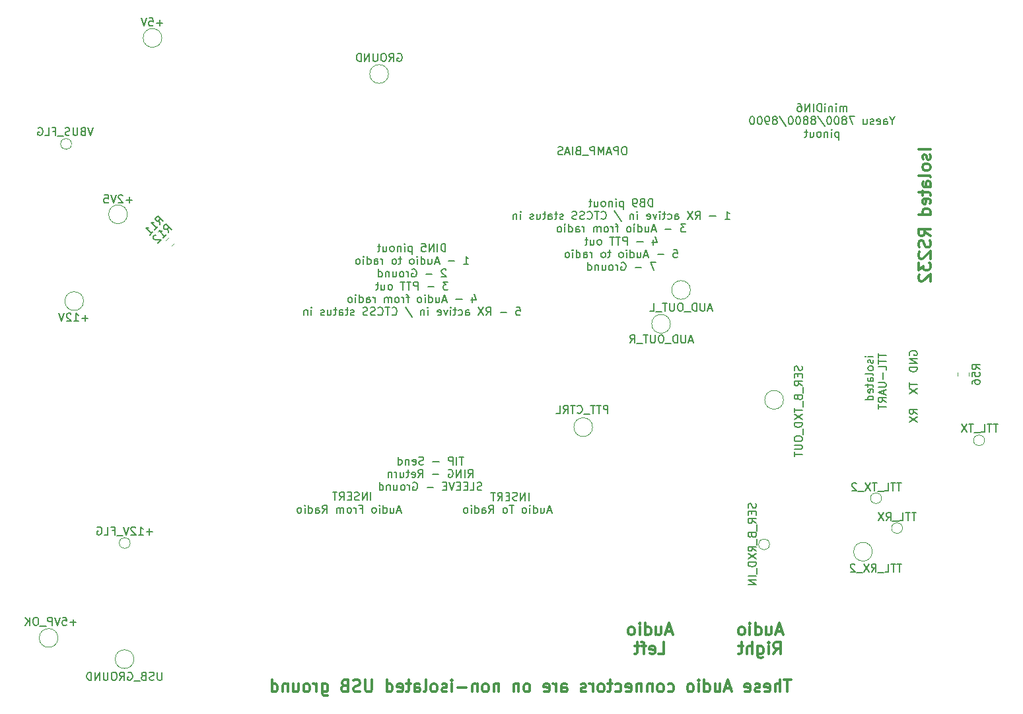
<source format=gbr>
%TF.GenerationSoftware,KiCad,Pcbnew,6.0.2+dfsg-1*%
%TF.CreationDate,2024-08-04T07:55:02+02:00*%
%TF.ProjectId,radio-usb,72616469-6f2d-4757-9362-2e6b69636164,rev?*%
%TF.SameCoordinates,Original*%
%TF.FileFunction,Legend,Bot*%
%TF.FilePolarity,Positive*%
%FSLAX46Y46*%
G04 Gerber Fmt 4.6, Leading zero omitted, Abs format (unit mm)*
G04 Created by KiCad (PCBNEW 6.0.2+dfsg-1) date 2024-08-04 07:55:02*
%MOMM*%
%LPD*%
G01*
G04 APERTURE LIST*
%ADD10C,0.203200*%
%ADD11C,0.304800*%
%ADD12C,0.150000*%
%ADD13C,0.120000*%
G04 APERTURE END LIST*
D10*
X147977739Y-70440247D02*
X147300405Y-70440247D01*
X146961739Y-70440247D02*
X147010120Y-70391866D01*
X147058500Y-70440247D01*
X147010120Y-70488628D01*
X146961739Y-70440247D01*
X147058500Y-70440247D01*
X147929358Y-70875676D02*
X147977739Y-70972438D01*
X147977739Y-71165961D01*
X147929358Y-71262723D01*
X147832596Y-71311104D01*
X147784215Y-71311104D01*
X147687453Y-71262723D01*
X147639072Y-71165961D01*
X147639072Y-71020819D01*
X147590691Y-70924057D01*
X147493929Y-70875676D01*
X147445548Y-70875676D01*
X147348786Y-70924057D01*
X147300405Y-71020819D01*
X147300405Y-71165961D01*
X147348786Y-71262723D01*
X147977739Y-71891676D02*
X147929358Y-71794914D01*
X147880977Y-71746533D01*
X147784215Y-71698152D01*
X147493929Y-71698152D01*
X147397167Y-71746533D01*
X147348786Y-71794914D01*
X147300405Y-71891676D01*
X147300405Y-72036819D01*
X147348786Y-72133580D01*
X147397167Y-72181961D01*
X147493929Y-72230342D01*
X147784215Y-72230342D01*
X147880977Y-72181961D01*
X147929358Y-72133580D01*
X147977739Y-72036819D01*
X147977739Y-71891676D01*
X147977739Y-72810914D02*
X147929358Y-72714152D01*
X147832596Y-72665771D01*
X146961739Y-72665771D01*
X147977739Y-73633390D02*
X147445548Y-73633390D01*
X147348786Y-73585009D01*
X147300405Y-73488247D01*
X147300405Y-73294723D01*
X147348786Y-73197961D01*
X147929358Y-73633390D02*
X147977739Y-73536628D01*
X147977739Y-73294723D01*
X147929358Y-73197961D01*
X147832596Y-73149580D01*
X147735834Y-73149580D01*
X147639072Y-73197961D01*
X147590691Y-73294723D01*
X147590691Y-73536628D01*
X147542310Y-73633390D01*
X147300405Y-73972057D02*
X147300405Y-74359104D01*
X146961739Y-74117200D02*
X147832596Y-74117200D01*
X147929358Y-74165580D01*
X147977739Y-74262342D01*
X147977739Y-74359104D01*
X147929358Y-75084819D02*
X147977739Y-74988057D01*
X147977739Y-74794533D01*
X147929358Y-74697771D01*
X147832596Y-74649390D01*
X147445548Y-74649390D01*
X147348786Y-74697771D01*
X147300405Y-74794533D01*
X147300405Y-74988057D01*
X147348786Y-75084819D01*
X147445548Y-75133200D01*
X147542310Y-75133200D01*
X147639072Y-74649390D01*
X147977739Y-76004057D02*
X146961739Y-76004057D01*
X147929358Y-76004057D02*
X147977739Y-75907295D01*
X147977739Y-75713771D01*
X147929358Y-75617009D01*
X147880977Y-75568628D01*
X147784215Y-75520247D01*
X147493929Y-75520247D01*
X147397167Y-75568628D01*
X147348786Y-75617009D01*
X147300405Y-75713771D01*
X147300405Y-75907295D01*
X147348786Y-76004057D01*
X148597499Y-70029009D02*
X148597499Y-70609580D01*
X149613499Y-70319295D02*
X148597499Y-70319295D01*
X148597499Y-70803104D02*
X148597499Y-71383676D01*
X149613499Y-71093390D02*
X148597499Y-71093390D01*
X149613499Y-72206152D02*
X149613499Y-71722342D01*
X148597499Y-71722342D01*
X149226451Y-72544819D02*
X149226451Y-73318914D01*
X148597499Y-73802723D02*
X149419975Y-73802723D01*
X149516737Y-73851104D01*
X149565118Y-73899485D01*
X149613499Y-73996247D01*
X149613499Y-74189771D01*
X149565118Y-74286533D01*
X149516737Y-74334914D01*
X149419975Y-74383295D01*
X148597499Y-74383295D01*
X149323213Y-74818723D02*
X149323213Y-75302533D01*
X149613499Y-74721961D02*
X148597499Y-75060628D01*
X149613499Y-75399295D01*
X149613499Y-76318533D02*
X149129689Y-75979866D01*
X149613499Y-75737961D02*
X148597499Y-75737961D01*
X148597499Y-76125009D01*
X148645880Y-76221771D01*
X148694260Y-76270152D01*
X148791022Y-76318533D01*
X148936165Y-76318533D01*
X149032927Y-76270152D01*
X149081308Y-76221771D01*
X149129689Y-76125009D01*
X149129689Y-75737961D01*
X148597499Y-76608819D02*
X148597499Y-77189390D01*
X149613499Y-76899104D02*
X148597499Y-76899104D01*
X113960123Y-77726419D02*
X113960123Y-76710419D01*
X113573076Y-76710419D01*
X113476314Y-76758800D01*
X113427933Y-76807180D01*
X113379552Y-76903942D01*
X113379552Y-77049085D01*
X113427933Y-77145847D01*
X113476314Y-77194228D01*
X113573076Y-77242609D01*
X113960123Y-77242609D01*
X113089266Y-76710419D02*
X112508695Y-76710419D01*
X112798980Y-77726419D02*
X112798980Y-76710419D01*
X112315171Y-76710419D02*
X111734600Y-76710419D01*
X112024885Y-77726419D02*
X112024885Y-76710419D01*
X111637838Y-77823180D02*
X110863742Y-77823180D01*
X110041266Y-77629657D02*
X110089647Y-77678038D01*
X110234790Y-77726419D01*
X110331552Y-77726419D01*
X110476695Y-77678038D01*
X110573457Y-77581276D01*
X110621838Y-77484514D01*
X110670219Y-77290990D01*
X110670219Y-77145847D01*
X110621838Y-76952323D01*
X110573457Y-76855561D01*
X110476695Y-76758800D01*
X110331552Y-76710419D01*
X110234790Y-76710419D01*
X110089647Y-76758800D01*
X110041266Y-76807180D01*
X109750980Y-76710419D02*
X109170409Y-76710419D01*
X109460695Y-77726419D02*
X109460695Y-76710419D01*
X108251171Y-77726419D02*
X108589838Y-77242609D01*
X108831742Y-77726419D02*
X108831742Y-76710419D01*
X108444695Y-76710419D01*
X108347933Y-76758800D01*
X108299552Y-76807180D01*
X108251171Y-76903942D01*
X108251171Y-77049085D01*
X108299552Y-77145847D01*
X108347933Y-77194228D01*
X108444695Y-77242609D01*
X108831742Y-77242609D01*
X107331933Y-77726419D02*
X107815742Y-77726419D01*
X107815742Y-76710419D01*
D11*
X122174000Y-105707180D02*
X121448285Y-105707180D01*
X122319142Y-106142608D02*
X121811142Y-104618608D01*
X121303142Y-106142608D01*
X120142000Y-105126608D02*
X120142000Y-106142608D01*
X120795142Y-105126608D02*
X120795142Y-105924894D01*
X120722571Y-106070037D01*
X120577428Y-106142608D01*
X120359714Y-106142608D01*
X120214571Y-106070037D01*
X120142000Y-105997465D01*
X118763142Y-106142608D02*
X118763142Y-104618608D01*
X118763142Y-106070037D02*
X118908285Y-106142608D01*
X119198571Y-106142608D01*
X119343714Y-106070037D01*
X119416285Y-105997465D01*
X119488857Y-105852322D01*
X119488857Y-105416894D01*
X119416285Y-105271751D01*
X119343714Y-105199180D01*
X119198571Y-105126608D01*
X118908285Y-105126608D01*
X118763142Y-105199180D01*
X118037428Y-106142608D02*
X118037428Y-105126608D01*
X118037428Y-104618608D02*
X118110000Y-104691180D01*
X118037428Y-104763751D01*
X117964857Y-104691180D01*
X118037428Y-104618608D01*
X118037428Y-104763751D01*
X117094000Y-106142608D02*
X117239142Y-106070037D01*
X117311714Y-105997465D01*
X117384285Y-105852322D01*
X117384285Y-105416894D01*
X117311714Y-105271751D01*
X117239142Y-105199180D01*
X117094000Y-105126608D01*
X116876285Y-105126608D01*
X116731142Y-105199180D01*
X116658571Y-105271751D01*
X116586000Y-105416894D01*
X116586000Y-105852322D01*
X116658571Y-105997465D01*
X116731142Y-106070037D01*
X116876285Y-106142608D01*
X117094000Y-106142608D01*
X120432285Y-108596248D02*
X121158000Y-108596248D01*
X121158000Y-107072248D01*
X119343714Y-108523677D02*
X119488857Y-108596248D01*
X119779142Y-108596248D01*
X119924285Y-108523677D01*
X119996857Y-108378534D01*
X119996857Y-107797962D01*
X119924285Y-107652820D01*
X119779142Y-107580248D01*
X119488857Y-107580248D01*
X119343714Y-107652820D01*
X119271142Y-107797962D01*
X119271142Y-107943105D01*
X119996857Y-108088248D01*
X118835714Y-107580248D02*
X118255142Y-107580248D01*
X118618000Y-108596248D02*
X118618000Y-107289962D01*
X118545428Y-107144820D01*
X118400285Y-107072248D01*
X118255142Y-107072248D01*
X117964857Y-107580248D02*
X117384285Y-107580248D01*
X117747142Y-107072248D02*
X117747142Y-108378534D01*
X117674571Y-108523677D01*
X117529428Y-108596248D01*
X117384285Y-108596248D01*
D10*
X56881485Y-27682371D02*
X56107390Y-27682371D01*
X56494438Y-28069419D02*
X56494438Y-27295323D01*
X55139771Y-27053419D02*
X55623580Y-27053419D01*
X55671961Y-27537228D01*
X55623580Y-27488847D01*
X55526819Y-27440466D01*
X55284914Y-27440466D01*
X55188152Y-27488847D01*
X55139771Y-27537228D01*
X55091390Y-27633990D01*
X55091390Y-27875895D01*
X55139771Y-27972657D01*
X55188152Y-28021038D01*
X55284914Y-28069419D01*
X55526819Y-28069419D01*
X55623580Y-28021038D01*
X55671961Y-27972657D01*
X54801104Y-27053419D02*
X54462438Y-28069419D01*
X54123771Y-27053419D01*
X163966676Y-79072619D02*
X163386104Y-79072619D01*
X163676390Y-80088619D02*
X163676390Y-79072619D01*
X163192580Y-79072619D02*
X162612009Y-79072619D01*
X162902295Y-80088619D02*
X162902295Y-79072619D01*
X161789533Y-80088619D02*
X162273342Y-80088619D01*
X162273342Y-79072619D01*
X161692771Y-80185380D02*
X160918676Y-80185380D01*
X160821914Y-79072619D02*
X160241342Y-79072619D01*
X160531628Y-80088619D02*
X160531628Y-79072619D01*
X159999438Y-79072619D02*
X159322104Y-80088619D01*
X159322104Y-79072619D02*
X159999438Y-80088619D01*
X48003580Y-41099619D02*
X47664914Y-42115619D01*
X47326247Y-41099619D01*
X46648914Y-41583428D02*
X46503771Y-41631809D01*
X46455390Y-41680190D01*
X46407009Y-41776952D01*
X46407009Y-41922095D01*
X46455390Y-42018857D01*
X46503771Y-42067238D01*
X46600533Y-42115619D01*
X46987580Y-42115619D01*
X46987580Y-41099619D01*
X46648914Y-41099619D01*
X46552152Y-41148000D01*
X46503771Y-41196380D01*
X46455390Y-41293142D01*
X46455390Y-41389904D01*
X46503771Y-41486666D01*
X46552152Y-41535047D01*
X46648914Y-41583428D01*
X46987580Y-41583428D01*
X45971580Y-41099619D02*
X45971580Y-41922095D01*
X45923200Y-42018857D01*
X45874819Y-42067238D01*
X45778057Y-42115619D01*
X45584533Y-42115619D01*
X45487771Y-42067238D01*
X45439390Y-42018857D01*
X45391009Y-41922095D01*
X45391009Y-41099619D01*
X44955580Y-42067238D02*
X44810438Y-42115619D01*
X44568533Y-42115619D01*
X44471771Y-42067238D01*
X44423390Y-42018857D01*
X44375009Y-41922095D01*
X44375009Y-41825333D01*
X44423390Y-41728571D01*
X44471771Y-41680190D01*
X44568533Y-41631809D01*
X44762057Y-41583428D01*
X44858819Y-41535047D01*
X44907200Y-41486666D01*
X44955580Y-41389904D01*
X44955580Y-41293142D01*
X44907200Y-41196380D01*
X44858819Y-41148000D01*
X44762057Y-41099619D01*
X44520152Y-41099619D01*
X44375009Y-41148000D01*
X44181485Y-42212380D02*
X43407390Y-42212380D01*
X42826819Y-41583428D02*
X43165485Y-41583428D01*
X43165485Y-42115619D02*
X43165485Y-41099619D01*
X42681676Y-41099619D01*
X41810819Y-42115619D02*
X42294628Y-42115619D01*
X42294628Y-41099619D01*
X40939961Y-41148000D02*
X41036723Y-41099619D01*
X41181866Y-41099619D01*
X41327009Y-41148000D01*
X41423771Y-41244761D01*
X41472152Y-41341523D01*
X41520533Y-41535047D01*
X41520533Y-41680190D01*
X41472152Y-41873714D01*
X41423771Y-41970476D01*
X41327009Y-42067238D01*
X41181866Y-42115619D01*
X41085104Y-42115619D01*
X40939961Y-42067238D01*
X40891580Y-42018857D01*
X40891580Y-41680190D01*
X41085104Y-41680190D01*
X83555114Y-88871939D02*
X83555114Y-87855939D01*
X83071304Y-88871939D02*
X83071304Y-87855939D01*
X82490733Y-88871939D01*
X82490733Y-87855939D01*
X82055304Y-88823558D02*
X81910161Y-88871939D01*
X81668257Y-88871939D01*
X81571495Y-88823558D01*
X81523114Y-88775177D01*
X81474733Y-88678415D01*
X81474733Y-88581653D01*
X81523114Y-88484891D01*
X81571495Y-88436510D01*
X81668257Y-88388129D01*
X81861780Y-88339748D01*
X81958542Y-88291367D01*
X82006923Y-88242986D01*
X82055304Y-88146224D01*
X82055304Y-88049462D01*
X82006923Y-87952700D01*
X81958542Y-87904320D01*
X81861780Y-87855939D01*
X81619876Y-87855939D01*
X81474733Y-87904320D01*
X81039304Y-88339748D02*
X80700638Y-88339748D01*
X80555495Y-88871939D02*
X81039304Y-88871939D01*
X81039304Y-87855939D01*
X80555495Y-87855939D01*
X79539495Y-88871939D02*
X79878161Y-88388129D01*
X80120066Y-88871939D02*
X80120066Y-87855939D01*
X79733019Y-87855939D01*
X79636257Y-87904320D01*
X79587876Y-87952700D01*
X79539495Y-88049462D01*
X79539495Y-88194605D01*
X79587876Y-88291367D01*
X79636257Y-88339748D01*
X79733019Y-88388129D01*
X80120066Y-88388129D01*
X79249209Y-87855939D02*
X78668638Y-87855939D01*
X78958923Y-88871939D02*
X78958923Y-87855939D01*
X87449780Y-90217413D02*
X86965971Y-90217413D01*
X87546542Y-90507699D02*
X87207876Y-89491699D01*
X86869209Y-90507699D01*
X86095114Y-89830365D02*
X86095114Y-90507699D01*
X86530542Y-89830365D02*
X86530542Y-90362556D01*
X86482161Y-90459318D01*
X86385400Y-90507699D01*
X86240257Y-90507699D01*
X86143495Y-90459318D01*
X86095114Y-90410937D01*
X85175876Y-90507699D02*
X85175876Y-89491699D01*
X85175876Y-90459318D02*
X85272638Y-90507699D01*
X85466161Y-90507699D01*
X85562923Y-90459318D01*
X85611304Y-90410937D01*
X85659685Y-90314175D01*
X85659685Y-90023889D01*
X85611304Y-89927127D01*
X85562923Y-89878746D01*
X85466161Y-89830365D01*
X85272638Y-89830365D01*
X85175876Y-89878746D01*
X84692066Y-90507699D02*
X84692066Y-89830365D01*
X84692066Y-89491699D02*
X84740447Y-89540080D01*
X84692066Y-89588460D01*
X84643685Y-89540080D01*
X84692066Y-89491699D01*
X84692066Y-89588460D01*
X84063114Y-90507699D02*
X84159876Y-90459318D01*
X84208257Y-90410937D01*
X84256638Y-90314175D01*
X84256638Y-90023889D01*
X84208257Y-89927127D01*
X84159876Y-89878746D01*
X84063114Y-89830365D01*
X83917971Y-89830365D01*
X83821209Y-89878746D01*
X83772828Y-89927127D01*
X83724447Y-90023889D01*
X83724447Y-90314175D01*
X83772828Y-90410937D01*
X83821209Y-90459318D01*
X83917971Y-90507699D01*
X84063114Y-90507699D01*
X82176257Y-89975508D02*
X82514923Y-89975508D01*
X82514923Y-90507699D02*
X82514923Y-89491699D01*
X82031114Y-89491699D01*
X81644066Y-90507699D02*
X81644066Y-89830365D01*
X81644066Y-90023889D02*
X81595685Y-89927127D01*
X81547304Y-89878746D01*
X81450542Y-89830365D01*
X81353780Y-89830365D01*
X80869971Y-90507699D02*
X80966733Y-90459318D01*
X81015114Y-90410937D01*
X81063495Y-90314175D01*
X81063495Y-90023889D01*
X81015114Y-89927127D01*
X80966733Y-89878746D01*
X80869971Y-89830365D01*
X80724828Y-89830365D01*
X80628066Y-89878746D01*
X80579685Y-89927127D01*
X80531304Y-90023889D01*
X80531304Y-90314175D01*
X80579685Y-90410937D01*
X80628066Y-90459318D01*
X80724828Y-90507699D01*
X80869971Y-90507699D01*
X80095876Y-90507699D02*
X80095876Y-89830365D01*
X80095876Y-89927127D02*
X80047495Y-89878746D01*
X79950733Y-89830365D01*
X79805590Y-89830365D01*
X79708828Y-89878746D01*
X79660447Y-89975508D01*
X79660447Y-90507699D01*
X79660447Y-89975508D02*
X79612066Y-89878746D01*
X79515304Y-89830365D01*
X79370161Y-89830365D01*
X79273400Y-89878746D01*
X79225019Y-89975508D01*
X79225019Y-90507699D01*
X77386542Y-90507699D02*
X77725209Y-90023889D01*
X77967114Y-90507699D02*
X77967114Y-89491699D01*
X77580066Y-89491699D01*
X77483304Y-89540080D01*
X77434923Y-89588460D01*
X77386542Y-89685222D01*
X77386542Y-89830365D01*
X77434923Y-89927127D01*
X77483304Y-89975508D01*
X77580066Y-90023889D01*
X77967114Y-90023889D01*
X76515685Y-90507699D02*
X76515685Y-89975508D01*
X76564066Y-89878746D01*
X76660828Y-89830365D01*
X76854352Y-89830365D01*
X76951114Y-89878746D01*
X76515685Y-90459318D02*
X76612447Y-90507699D01*
X76854352Y-90507699D01*
X76951114Y-90459318D01*
X76999495Y-90362556D01*
X76999495Y-90265794D01*
X76951114Y-90169032D01*
X76854352Y-90120651D01*
X76612447Y-90120651D01*
X76515685Y-90072270D01*
X75596447Y-90507699D02*
X75596447Y-89491699D01*
X75596447Y-90459318D02*
X75693209Y-90507699D01*
X75886733Y-90507699D01*
X75983495Y-90459318D01*
X76031876Y-90410937D01*
X76080257Y-90314175D01*
X76080257Y-90023889D01*
X76031876Y-89927127D01*
X75983495Y-89878746D01*
X75886733Y-89830365D01*
X75693209Y-89830365D01*
X75596447Y-89878746D01*
X75112638Y-90507699D02*
X75112638Y-89830365D01*
X75112638Y-89491699D02*
X75161019Y-89540080D01*
X75112638Y-89588460D01*
X75064257Y-89540080D01*
X75112638Y-89491699D01*
X75112638Y-89588460D01*
X74483685Y-90507699D02*
X74580447Y-90459318D01*
X74628828Y-90410937D01*
X74677209Y-90314175D01*
X74677209Y-90023889D01*
X74628828Y-89927127D01*
X74580447Y-89878746D01*
X74483685Y-89830365D01*
X74338542Y-89830365D01*
X74241780Y-89878746D01*
X74193400Y-89927127D01*
X74145019Y-90023889D01*
X74145019Y-90314175D01*
X74193400Y-90410937D01*
X74241780Y-90459318D01*
X74338542Y-90507699D01*
X74483685Y-90507699D01*
X151623485Y-97030419D02*
X151042914Y-97030419D01*
X151333200Y-98046419D02*
X151333200Y-97030419D01*
X150849390Y-97030419D02*
X150268819Y-97030419D01*
X150559104Y-98046419D02*
X150559104Y-97030419D01*
X149446342Y-98046419D02*
X149930152Y-98046419D01*
X149930152Y-97030419D01*
X149349580Y-98143180D02*
X148575485Y-98143180D01*
X147753009Y-98046419D02*
X148091676Y-97562609D01*
X148333580Y-98046419D02*
X148333580Y-97030419D01*
X147946533Y-97030419D01*
X147849771Y-97078800D01*
X147801390Y-97127180D01*
X147753009Y-97223942D01*
X147753009Y-97369085D01*
X147801390Y-97465847D01*
X147849771Y-97514228D01*
X147946533Y-97562609D01*
X148333580Y-97562609D01*
X147414342Y-97030419D02*
X146737009Y-98046419D01*
X146737009Y-97030419D02*
X147414342Y-98046419D01*
X146591866Y-98143180D02*
X145817771Y-98143180D01*
X145624247Y-97127180D02*
X145575866Y-97078800D01*
X145479104Y-97030419D01*
X145237200Y-97030419D01*
X145140438Y-97078800D01*
X145092057Y-97127180D01*
X145043676Y-97223942D01*
X145043676Y-97320704D01*
X145092057Y-97465847D01*
X145672628Y-98046419D01*
X145043676Y-98046419D01*
X93130914Y-56989859D02*
X93130914Y-55973859D01*
X92889009Y-55973859D01*
X92743866Y-56022240D01*
X92647104Y-56119001D01*
X92598723Y-56215763D01*
X92550342Y-56409287D01*
X92550342Y-56554430D01*
X92598723Y-56747954D01*
X92647104Y-56844716D01*
X92743866Y-56941478D01*
X92889009Y-56989859D01*
X93130914Y-56989859D01*
X92114914Y-56989859D02*
X92114914Y-55973859D01*
X91631104Y-56989859D02*
X91631104Y-55973859D01*
X91050533Y-56989859D01*
X91050533Y-55973859D01*
X90082914Y-55973859D02*
X90566723Y-55973859D01*
X90615104Y-56457668D01*
X90566723Y-56409287D01*
X90469961Y-56360906D01*
X90228057Y-56360906D01*
X90131295Y-56409287D01*
X90082914Y-56457668D01*
X90034533Y-56554430D01*
X90034533Y-56796335D01*
X90082914Y-56893097D01*
X90131295Y-56941478D01*
X90228057Y-56989859D01*
X90469961Y-56989859D01*
X90566723Y-56941478D01*
X90615104Y-56893097D01*
X88825009Y-56312525D02*
X88825009Y-57328525D01*
X88825009Y-56360906D02*
X88728247Y-56312525D01*
X88534723Y-56312525D01*
X88437961Y-56360906D01*
X88389580Y-56409287D01*
X88341200Y-56506049D01*
X88341200Y-56796335D01*
X88389580Y-56893097D01*
X88437961Y-56941478D01*
X88534723Y-56989859D01*
X88728247Y-56989859D01*
X88825009Y-56941478D01*
X87905771Y-56989859D02*
X87905771Y-56312525D01*
X87905771Y-55973859D02*
X87954152Y-56022240D01*
X87905771Y-56070620D01*
X87857390Y-56022240D01*
X87905771Y-55973859D01*
X87905771Y-56070620D01*
X87421961Y-56312525D02*
X87421961Y-56989859D01*
X87421961Y-56409287D02*
X87373580Y-56360906D01*
X87276819Y-56312525D01*
X87131676Y-56312525D01*
X87034914Y-56360906D01*
X86986533Y-56457668D01*
X86986533Y-56989859D01*
X86357580Y-56989859D02*
X86454342Y-56941478D01*
X86502723Y-56893097D01*
X86551104Y-56796335D01*
X86551104Y-56506049D01*
X86502723Y-56409287D01*
X86454342Y-56360906D01*
X86357580Y-56312525D01*
X86212438Y-56312525D01*
X86115676Y-56360906D01*
X86067295Y-56409287D01*
X86018914Y-56506049D01*
X86018914Y-56796335D01*
X86067295Y-56893097D01*
X86115676Y-56941478D01*
X86212438Y-56989859D01*
X86357580Y-56989859D01*
X85148057Y-56312525D02*
X85148057Y-56989859D01*
X85583485Y-56312525D02*
X85583485Y-56844716D01*
X85535104Y-56941478D01*
X85438342Y-56989859D01*
X85293200Y-56989859D01*
X85196438Y-56941478D01*
X85148057Y-56893097D01*
X84809390Y-56312525D02*
X84422342Y-56312525D01*
X84664247Y-55973859D02*
X84664247Y-56844716D01*
X84615866Y-56941478D01*
X84519104Y-56989859D01*
X84422342Y-56989859D01*
X95477390Y-58625619D02*
X96057961Y-58625619D01*
X95767676Y-58625619D02*
X95767676Y-57609619D01*
X95864438Y-57754761D01*
X95961200Y-57851523D01*
X96057961Y-57899904D01*
X94267866Y-58238571D02*
X93493771Y-58238571D01*
X92284247Y-58335333D02*
X91800438Y-58335333D01*
X92381009Y-58625619D02*
X92042342Y-57609619D01*
X91703676Y-58625619D01*
X90929580Y-57948285D02*
X90929580Y-58625619D01*
X91365009Y-57948285D02*
X91365009Y-58480476D01*
X91316628Y-58577238D01*
X91219866Y-58625619D01*
X91074723Y-58625619D01*
X90977961Y-58577238D01*
X90929580Y-58528857D01*
X90010342Y-58625619D02*
X90010342Y-57609619D01*
X90010342Y-58577238D02*
X90107104Y-58625619D01*
X90300628Y-58625619D01*
X90397390Y-58577238D01*
X90445771Y-58528857D01*
X90494152Y-58432095D01*
X90494152Y-58141809D01*
X90445771Y-58045047D01*
X90397390Y-57996666D01*
X90300628Y-57948285D01*
X90107104Y-57948285D01*
X90010342Y-57996666D01*
X89526533Y-58625619D02*
X89526533Y-57948285D01*
X89526533Y-57609619D02*
X89574914Y-57658000D01*
X89526533Y-57706380D01*
X89478152Y-57658000D01*
X89526533Y-57609619D01*
X89526533Y-57706380D01*
X88897580Y-58625619D02*
X88994342Y-58577238D01*
X89042723Y-58528857D01*
X89091104Y-58432095D01*
X89091104Y-58141809D01*
X89042723Y-58045047D01*
X88994342Y-57996666D01*
X88897580Y-57948285D01*
X88752438Y-57948285D01*
X88655676Y-57996666D01*
X88607295Y-58045047D01*
X88558914Y-58141809D01*
X88558914Y-58432095D01*
X88607295Y-58528857D01*
X88655676Y-58577238D01*
X88752438Y-58625619D01*
X88897580Y-58625619D01*
X87494533Y-57948285D02*
X87107485Y-57948285D01*
X87349390Y-57609619D02*
X87349390Y-58480476D01*
X87301009Y-58577238D01*
X87204247Y-58625619D01*
X87107485Y-58625619D01*
X86623676Y-58625619D02*
X86720438Y-58577238D01*
X86768819Y-58528857D01*
X86817200Y-58432095D01*
X86817200Y-58141809D01*
X86768819Y-58045047D01*
X86720438Y-57996666D01*
X86623676Y-57948285D01*
X86478533Y-57948285D01*
X86381771Y-57996666D01*
X86333390Y-58045047D01*
X86285009Y-58141809D01*
X86285009Y-58432095D01*
X86333390Y-58528857D01*
X86381771Y-58577238D01*
X86478533Y-58625619D01*
X86623676Y-58625619D01*
X85075485Y-58625619D02*
X85075485Y-57948285D01*
X85075485Y-58141809D02*
X85027104Y-58045047D01*
X84978723Y-57996666D01*
X84881961Y-57948285D01*
X84785200Y-57948285D01*
X84011104Y-58625619D02*
X84011104Y-58093428D01*
X84059485Y-57996666D01*
X84156247Y-57948285D01*
X84349771Y-57948285D01*
X84446533Y-57996666D01*
X84011104Y-58577238D02*
X84107866Y-58625619D01*
X84349771Y-58625619D01*
X84446533Y-58577238D01*
X84494914Y-58480476D01*
X84494914Y-58383714D01*
X84446533Y-58286952D01*
X84349771Y-58238571D01*
X84107866Y-58238571D01*
X84011104Y-58190190D01*
X83091866Y-58625619D02*
X83091866Y-57609619D01*
X83091866Y-58577238D02*
X83188628Y-58625619D01*
X83382152Y-58625619D01*
X83478914Y-58577238D01*
X83527295Y-58528857D01*
X83575676Y-58432095D01*
X83575676Y-58141809D01*
X83527295Y-58045047D01*
X83478914Y-57996666D01*
X83382152Y-57948285D01*
X83188628Y-57948285D01*
X83091866Y-57996666D01*
X82608057Y-58625619D02*
X82608057Y-57948285D01*
X82608057Y-57609619D02*
X82656438Y-57658000D01*
X82608057Y-57706380D01*
X82559676Y-57658000D01*
X82608057Y-57609619D01*
X82608057Y-57706380D01*
X81979104Y-58625619D02*
X82075866Y-58577238D01*
X82124247Y-58528857D01*
X82172628Y-58432095D01*
X82172628Y-58141809D01*
X82124247Y-58045047D01*
X82075866Y-57996666D01*
X81979104Y-57948285D01*
X81833961Y-57948285D01*
X81737200Y-57996666D01*
X81688819Y-58045047D01*
X81640438Y-58141809D01*
X81640438Y-58432095D01*
X81688819Y-58528857D01*
X81737200Y-58577238D01*
X81833961Y-58625619D01*
X81979104Y-58625619D01*
X93203485Y-59342140D02*
X93155104Y-59293760D01*
X93058342Y-59245379D01*
X92816438Y-59245379D01*
X92719676Y-59293760D01*
X92671295Y-59342140D01*
X92622914Y-59438902D01*
X92622914Y-59535664D01*
X92671295Y-59680807D01*
X93251866Y-60261379D01*
X92622914Y-60261379D01*
X91413390Y-59874331D02*
X90639295Y-59874331D01*
X88849200Y-59293760D02*
X88945961Y-59245379D01*
X89091104Y-59245379D01*
X89236247Y-59293760D01*
X89333009Y-59390521D01*
X89381390Y-59487283D01*
X89429771Y-59680807D01*
X89429771Y-59825950D01*
X89381390Y-60019474D01*
X89333009Y-60116236D01*
X89236247Y-60212998D01*
X89091104Y-60261379D01*
X88994342Y-60261379D01*
X88849200Y-60212998D01*
X88800819Y-60164617D01*
X88800819Y-59825950D01*
X88994342Y-59825950D01*
X88365390Y-60261379D02*
X88365390Y-59584045D01*
X88365390Y-59777569D02*
X88317009Y-59680807D01*
X88268628Y-59632426D01*
X88171866Y-59584045D01*
X88075104Y-59584045D01*
X87591295Y-60261379D02*
X87688057Y-60212998D01*
X87736438Y-60164617D01*
X87784819Y-60067855D01*
X87784819Y-59777569D01*
X87736438Y-59680807D01*
X87688057Y-59632426D01*
X87591295Y-59584045D01*
X87446152Y-59584045D01*
X87349390Y-59632426D01*
X87301009Y-59680807D01*
X87252628Y-59777569D01*
X87252628Y-60067855D01*
X87301009Y-60164617D01*
X87349390Y-60212998D01*
X87446152Y-60261379D01*
X87591295Y-60261379D01*
X86381771Y-59584045D02*
X86381771Y-60261379D01*
X86817200Y-59584045D02*
X86817200Y-60116236D01*
X86768819Y-60212998D01*
X86672057Y-60261379D01*
X86526914Y-60261379D01*
X86430152Y-60212998D01*
X86381771Y-60164617D01*
X85897961Y-59584045D02*
X85897961Y-60261379D01*
X85897961Y-59680807D02*
X85849580Y-59632426D01*
X85752819Y-59584045D01*
X85607676Y-59584045D01*
X85510914Y-59632426D01*
X85462533Y-59729188D01*
X85462533Y-60261379D01*
X84543295Y-60261379D02*
X84543295Y-59245379D01*
X84543295Y-60212998D02*
X84640057Y-60261379D01*
X84833580Y-60261379D01*
X84930342Y-60212998D01*
X84978723Y-60164617D01*
X85027104Y-60067855D01*
X85027104Y-59777569D01*
X84978723Y-59680807D01*
X84930342Y-59632426D01*
X84833580Y-59584045D01*
X84640057Y-59584045D01*
X84543295Y-59632426D01*
X93469580Y-60881139D02*
X92840628Y-60881139D01*
X93179295Y-61268186D01*
X93034152Y-61268186D01*
X92937390Y-61316567D01*
X92889009Y-61364948D01*
X92840628Y-61461710D01*
X92840628Y-61703615D01*
X92889009Y-61800377D01*
X92937390Y-61848758D01*
X93034152Y-61897139D01*
X93324438Y-61897139D01*
X93421200Y-61848758D01*
X93469580Y-61800377D01*
X91631104Y-61510091D02*
X90857009Y-61510091D01*
X89599104Y-61897139D02*
X89599104Y-60881139D01*
X89212057Y-60881139D01*
X89115295Y-60929520D01*
X89066914Y-60977900D01*
X89018533Y-61074662D01*
X89018533Y-61219805D01*
X89066914Y-61316567D01*
X89115295Y-61364948D01*
X89212057Y-61413329D01*
X89599104Y-61413329D01*
X88728247Y-60881139D02*
X88147676Y-60881139D01*
X88437961Y-61897139D02*
X88437961Y-60881139D01*
X87954152Y-60881139D02*
X87373580Y-60881139D01*
X87663866Y-61897139D02*
X87663866Y-60881139D01*
X86115676Y-61897139D02*
X86212438Y-61848758D01*
X86260819Y-61800377D01*
X86309200Y-61703615D01*
X86309200Y-61413329D01*
X86260819Y-61316567D01*
X86212438Y-61268186D01*
X86115676Y-61219805D01*
X85970533Y-61219805D01*
X85873771Y-61268186D01*
X85825390Y-61316567D01*
X85777009Y-61413329D01*
X85777009Y-61703615D01*
X85825390Y-61800377D01*
X85873771Y-61848758D01*
X85970533Y-61897139D01*
X86115676Y-61897139D01*
X84906152Y-61219805D02*
X84906152Y-61897139D01*
X85341580Y-61219805D02*
X85341580Y-61751996D01*
X85293200Y-61848758D01*
X85196438Y-61897139D01*
X85051295Y-61897139D01*
X84954533Y-61848758D01*
X84906152Y-61800377D01*
X84567485Y-61219805D02*
X84180438Y-61219805D01*
X84422342Y-60881139D02*
X84422342Y-61751996D01*
X84373961Y-61848758D01*
X84277200Y-61897139D01*
X84180438Y-61897139D01*
X96565961Y-62855565D02*
X96565961Y-63532899D01*
X96807866Y-62468518D02*
X97049771Y-63194232D01*
X96420819Y-63194232D01*
X95259676Y-63145851D02*
X94485580Y-63145851D01*
X93276057Y-63242613D02*
X92792247Y-63242613D01*
X93372819Y-63532899D02*
X93034152Y-62516899D01*
X92695485Y-63532899D01*
X91921390Y-62855565D02*
X91921390Y-63532899D01*
X92356819Y-62855565D02*
X92356819Y-63387756D01*
X92308438Y-63484518D01*
X92211676Y-63532899D01*
X92066533Y-63532899D01*
X91969771Y-63484518D01*
X91921390Y-63436137D01*
X91002152Y-63532899D02*
X91002152Y-62516899D01*
X91002152Y-63484518D02*
X91098914Y-63532899D01*
X91292438Y-63532899D01*
X91389200Y-63484518D01*
X91437580Y-63436137D01*
X91485961Y-63339375D01*
X91485961Y-63049089D01*
X91437580Y-62952327D01*
X91389200Y-62903946D01*
X91292438Y-62855565D01*
X91098914Y-62855565D01*
X91002152Y-62903946D01*
X90518342Y-63532899D02*
X90518342Y-62855565D01*
X90518342Y-62516899D02*
X90566723Y-62565280D01*
X90518342Y-62613660D01*
X90469961Y-62565280D01*
X90518342Y-62516899D01*
X90518342Y-62613660D01*
X89889390Y-63532899D02*
X89986152Y-63484518D01*
X90034533Y-63436137D01*
X90082914Y-63339375D01*
X90082914Y-63049089D01*
X90034533Y-62952327D01*
X89986152Y-62903946D01*
X89889390Y-62855565D01*
X89744247Y-62855565D01*
X89647485Y-62903946D01*
X89599104Y-62952327D01*
X89550723Y-63049089D01*
X89550723Y-63339375D01*
X89599104Y-63436137D01*
X89647485Y-63484518D01*
X89744247Y-63532899D01*
X89889390Y-63532899D01*
X88486342Y-62855565D02*
X88099295Y-62855565D01*
X88341200Y-63532899D02*
X88341200Y-62662041D01*
X88292819Y-62565280D01*
X88196057Y-62516899D01*
X88099295Y-62516899D01*
X87760628Y-63532899D02*
X87760628Y-62855565D01*
X87760628Y-63049089D02*
X87712247Y-62952327D01*
X87663866Y-62903946D01*
X87567104Y-62855565D01*
X87470342Y-62855565D01*
X86986533Y-63532899D02*
X87083295Y-63484518D01*
X87131676Y-63436137D01*
X87180057Y-63339375D01*
X87180057Y-63049089D01*
X87131676Y-62952327D01*
X87083295Y-62903946D01*
X86986533Y-62855565D01*
X86841390Y-62855565D01*
X86744628Y-62903946D01*
X86696247Y-62952327D01*
X86647866Y-63049089D01*
X86647866Y-63339375D01*
X86696247Y-63436137D01*
X86744628Y-63484518D01*
X86841390Y-63532899D01*
X86986533Y-63532899D01*
X86212438Y-63532899D02*
X86212438Y-62855565D01*
X86212438Y-62952327D02*
X86164057Y-62903946D01*
X86067295Y-62855565D01*
X85922152Y-62855565D01*
X85825390Y-62903946D01*
X85777009Y-63000708D01*
X85777009Y-63532899D01*
X85777009Y-63000708D02*
X85728628Y-62903946D01*
X85631866Y-62855565D01*
X85486723Y-62855565D01*
X85389961Y-62903946D01*
X85341580Y-63000708D01*
X85341580Y-63532899D01*
X84083676Y-63532899D02*
X84083676Y-62855565D01*
X84083676Y-63049089D02*
X84035295Y-62952327D01*
X83986914Y-62903946D01*
X83890152Y-62855565D01*
X83793390Y-62855565D01*
X83019295Y-63532899D02*
X83019295Y-63000708D01*
X83067676Y-62903946D01*
X83164438Y-62855565D01*
X83357961Y-62855565D01*
X83454723Y-62903946D01*
X83019295Y-63484518D02*
X83116057Y-63532899D01*
X83357961Y-63532899D01*
X83454723Y-63484518D01*
X83503104Y-63387756D01*
X83503104Y-63290994D01*
X83454723Y-63194232D01*
X83357961Y-63145851D01*
X83116057Y-63145851D01*
X83019295Y-63097470D01*
X82100057Y-63532899D02*
X82100057Y-62516899D01*
X82100057Y-63484518D02*
X82196819Y-63532899D01*
X82390342Y-63532899D01*
X82487104Y-63484518D01*
X82535485Y-63436137D01*
X82583866Y-63339375D01*
X82583866Y-63049089D01*
X82535485Y-62952327D01*
X82487104Y-62903946D01*
X82390342Y-62855565D01*
X82196819Y-62855565D01*
X82100057Y-62903946D01*
X81616247Y-63532899D02*
X81616247Y-62855565D01*
X81616247Y-62516899D02*
X81664628Y-62565280D01*
X81616247Y-62613660D01*
X81567866Y-62565280D01*
X81616247Y-62516899D01*
X81616247Y-62613660D01*
X80987295Y-63532899D02*
X81084057Y-63484518D01*
X81132438Y-63436137D01*
X81180819Y-63339375D01*
X81180819Y-63049089D01*
X81132438Y-62952327D01*
X81084057Y-62903946D01*
X80987295Y-62855565D01*
X80842152Y-62855565D01*
X80745390Y-62903946D01*
X80697009Y-62952327D01*
X80648628Y-63049089D01*
X80648628Y-63339375D01*
X80697009Y-63436137D01*
X80745390Y-63484518D01*
X80842152Y-63532899D01*
X80987295Y-63532899D01*
X102202342Y-64152659D02*
X102686152Y-64152659D01*
X102734533Y-64636468D01*
X102686152Y-64588087D01*
X102589390Y-64539706D01*
X102347485Y-64539706D01*
X102250723Y-64588087D01*
X102202342Y-64636468D01*
X102153961Y-64733230D01*
X102153961Y-64975135D01*
X102202342Y-65071897D01*
X102250723Y-65120278D01*
X102347485Y-65168659D01*
X102589390Y-65168659D01*
X102686152Y-65120278D01*
X102734533Y-65071897D01*
X100944438Y-64781611D02*
X100170342Y-64781611D01*
X98331866Y-65168659D02*
X98670533Y-64684849D01*
X98912438Y-65168659D02*
X98912438Y-64152659D01*
X98525390Y-64152659D01*
X98428628Y-64201040D01*
X98380247Y-64249420D01*
X98331866Y-64346182D01*
X98331866Y-64491325D01*
X98380247Y-64588087D01*
X98428628Y-64636468D01*
X98525390Y-64684849D01*
X98912438Y-64684849D01*
X97993200Y-64152659D02*
X97315866Y-65168659D01*
X97315866Y-64152659D02*
X97993200Y-65168659D01*
X95719295Y-65168659D02*
X95719295Y-64636468D01*
X95767676Y-64539706D01*
X95864438Y-64491325D01*
X96057961Y-64491325D01*
X96154723Y-64539706D01*
X95719295Y-65120278D02*
X95816057Y-65168659D01*
X96057961Y-65168659D01*
X96154723Y-65120278D01*
X96203104Y-65023516D01*
X96203104Y-64926754D01*
X96154723Y-64829992D01*
X96057961Y-64781611D01*
X95816057Y-64781611D01*
X95719295Y-64733230D01*
X94800057Y-65120278D02*
X94896819Y-65168659D01*
X95090342Y-65168659D01*
X95187104Y-65120278D01*
X95235485Y-65071897D01*
X95283866Y-64975135D01*
X95283866Y-64684849D01*
X95235485Y-64588087D01*
X95187104Y-64539706D01*
X95090342Y-64491325D01*
X94896819Y-64491325D01*
X94800057Y-64539706D01*
X94509771Y-64491325D02*
X94122723Y-64491325D01*
X94364628Y-64152659D02*
X94364628Y-65023516D01*
X94316247Y-65120278D01*
X94219485Y-65168659D01*
X94122723Y-65168659D01*
X93784057Y-65168659D02*
X93784057Y-64491325D01*
X93784057Y-64152659D02*
X93832438Y-64201040D01*
X93784057Y-64249420D01*
X93735676Y-64201040D01*
X93784057Y-64152659D01*
X93784057Y-64249420D01*
X93397009Y-64491325D02*
X93155104Y-65168659D01*
X92913200Y-64491325D01*
X92139104Y-65120278D02*
X92235866Y-65168659D01*
X92429390Y-65168659D01*
X92526152Y-65120278D01*
X92574533Y-65023516D01*
X92574533Y-64636468D01*
X92526152Y-64539706D01*
X92429390Y-64491325D01*
X92235866Y-64491325D01*
X92139104Y-64539706D01*
X92090723Y-64636468D01*
X92090723Y-64733230D01*
X92574533Y-64829992D01*
X90881200Y-65168659D02*
X90881200Y-64491325D01*
X90881200Y-64152659D02*
X90929580Y-64201040D01*
X90881200Y-64249420D01*
X90832819Y-64201040D01*
X90881200Y-64152659D01*
X90881200Y-64249420D01*
X90397390Y-64491325D02*
X90397390Y-65168659D01*
X90397390Y-64588087D02*
X90349009Y-64539706D01*
X90252247Y-64491325D01*
X90107104Y-64491325D01*
X90010342Y-64539706D01*
X89961961Y-64636468D01*
X89961961Y-65168659D01*
X87978342Y-64104278D02*
X88849200Y-65410563D01*
X86285009Y-65071897D02*
X86333390Y-65120278D01*
X86478533Y-65168659D01*
X86575295Y-65168659D01*
X86720438Y-65120278D01*
X86817200Y-65023516D01*
X86865580Y-64926754D01*
X86913961Y-64733230D01*
X86913961Y-64588087D01*
X86865580Y-64394563D01*
X86817200Y-64297801D01*
X86720438Y-64201040D01*
X86575295Y-64152659D01*
X86478533Y-64152659D01*
X86333390Y-64201040D01*
X86285009Y-64249420D01*
X85994723Y-64152659D02*
X85414152Y-64152659D01*
X85704438Y-65168659D02*
X85704438Y-64152659D01*
X84494914Y-65071897D02*
X84543295Y-65120278D01*
X84688438Y-65168659D01*
X84785200Y-65168659D01*
X84930342Y-65120278D01*
X85027104Y-65023516D01*
X85075485Y-64926754D01*
X85123866Y-64733230D01*
X85123866Y-64588087D01*
X85075485Y-64394563D01*
X85027104Y-64297801D01*
X84930342Y-64201040D01*
X84785200Y-64152659D01*
X84688438Y-64152659D01*
X84543295Y-64201040D01*
X84494914Y-64249420D01*
X84107866Y-65120278D02*
X83962723Y-65168659D01*
X83720819Y-65168659D01*
X83624057Y-65120278D01*
X83575676Y-65071897D01*
X83527295Y-64975135D01*
X83527295Y-64878373D01*
X83575676Y-64781611D01*
X83624057Y-64733230D01*
X83720819Y-64684849D01*
X83914342Y-64636468D01*
X84011104Y-64588087D01*
X84059485Y-64539706D01*
X84107866Y-64442944D01*
X84107866Y-64346182D01*
X84059485Y-64249420D01*
X84011104Y-64201040D01*
X83914342Y-64152659D01*
X83672438Y-64152659D01*
X83527295Y-64201040D01*
X83140247Y-65120278D02*
X82995104Y-65168659D01*
X82753200Y-65168659D01*
X82656438Y-65120278D01*
X82608057Y-65071897D01*
X82559676Y-64975135D01*
X82559676Y-64878373D01*
X82608057Y-64781611D01*
X82656438Y-64733230D01*
X82753200Y-64684849D01*
X82946723Y-64636468D01*
X83043485Y-64588087D01*
X83091866Y-64539706D01*
X83140247Y-64442944D01*
X83140247Y-64346182D01*
X83091866Y-64249420D01*
X83043485Y-64201040D01*
X82946723Y-64152659D01*
X82704819Y-64152659D01*
X82559676Y-64201040D01*
X81398533Y-65120278D02*
X81301771Y-65168659D01*
X81108247Y-65168659D01*
X81011485Y-65120278D01*
X80963104Y-65023516D01*
X80963104Y-64975135D01*
X81011485Y-64878373D01*
X81108247Y-64829992D01*
X81253390Y-64829992D01*
X81350152Y-64781611D01*
X81398533Y-64684849D01*
X81398533Y-64636468D01*
X81350152Y-64539706D01*
X81253390Y-64491325D01*
X81108247Y-64491325D01*
X81011485Y-64539706D01*
X80672819Y-64491325D02*
X80285771Y-64491325D01*
X80527676Y-64152659D02*
X80527676Y-65023516D01*
X80479295Y-65120278D01*
X80382533Y-65168659D01*
X80285771Y-65168659D01*
X79511676Y-65168659D02*
X79511676Y-64636468D01*
X79560057Y-64539706D01*
X79656819Y-64491325D01*
X79850342Y-64491325D01*
X79947104Y-64539706D01*
X79511676Y-65120278D02*
X79608438Y-65168659D01*
X79850342Y-65168659D01*
X79947104Y-65120278D01*
X79995485Y-65023516D01*
X79995485Y-64926754D01*
X79947104Y-64829992D01*
X79850342Y-64781611D01*
X79608438Y-64781611D01*
X79511676Y-64733230D01*
X79173009Y-64491325D02*
X78785961Y-64491325D01*
X79027866Y-64152659D02*
X79027866Y-65023516D01*
X78979485Y-65120278D01*
X78882723Y-65168659D01*
X78785961Y-65168659D01*
X78011866Y-64491325D02*
X78011866Y-65168659D01*
X78447295Y-64491325D02*
X78447295Y-65023516D01*
X78398914Y-65120278D01*
X78302152Y-65168659D01*
X78157009Y-65168659D01*
X78060247Y-65120278D01*
X78011866Y-65071897D01*
X77576438Y-65120278D02*
X77479676Y-65168659D01*
X77286152Y-65168659D01*
X77189390Y-65120278D01*
X77141009Y-65023516D01*
X77141009Y-64975135D01*
X77189390Y-64878373D01*
X77286152Y-64829992D01*
X77431295Y-64829992D01*
X77528057Y-64781611D01*
X77576438Y-64684849D01*
X77576438Y-64636468D01*
X77528057Y-64539706D01*
X77431295Y-64491325D01*
X77286152Y-64491325D01*
X77189390Y-64539706D01*
X75931485Y-65168659D02*
X75931485Y-64491325D01*
X75931485Y-64152659D02*
X75979866Y-64201040D01*
X75931485Y-64249420D01*
X75883104Y-64201040D01*
X75931485Y-64152659D01*
X75931485Y-64249420D01*
X75447676Y-64491325D02*
X75447676Y-65168659D01*
X75447676Y-64588087D02*
X75399295Y-64539706D01*
X75302533Y-64491325D01*
X75157390Y-64491325D01*
X75060628Y-64539706D01*
X75012247Y-64636468D01*
X75012247Y-65168659D01*
X45786523Y-104517371D02*
X45012428Y-104517371D01*
X45399476Y-104904419D02*
X45399476Y-104130323D01*
X44044809Y-103888419D02*
X44528619Y-103888419D01*
X44577000Y-104372228D01*
X44528619Y-104323847D01*
X44431857Y-104275466D01*
X44189952Y-104275466D01*
X44093190Y-104323847D01*
X44044809Y-104372228D01*
X43996428Y-104468990D01*
X43996428Y-104710895D01*
X44044809Y-104807657D01*
X44093190Y-104856038D01*
X44189952Y-104904419D01*
X44431857Y-104904419D01*
X44528619Y-104856038D01*
X44577000Y-104807657D01*
X43706142Y-103888419D02*
X43367476Y-104904419D01*
X43028809Y-103888419D01*
X42690142Y-104904419D02*
X42690142Y-103888419D01*
X42303095Y-103888419D01*
X42206333Y-103936800D01*
X42157952Y-103985180D01*
X42109571Y-104081942D01*
X42109571Y-104227085D01*
X42157952Y-104323847D01*
X42206333Y-104372228D01*
X42303095Y-104420609D01*
X42690142Y-104420609D01*
X41916047Y-105001180D02*
X41141952Y-105001180D01*
X40706523Y-103888419D02*
X40513000Y-103888419D01*
X40416238Y-103936800D01*
X40319476Y-104033561D01*
X40271095Y-104227085D01*
X40271095Y-104565752D01*
X40319476Y-104759276D01*
X40416238Y-104856038D01*
X40513000Y-104904419D01*
X40706523Y-104904419D01*
X40803285Y-104856038D01*
X40900047Y-104759276D01*
X40948428Y-104565752D01*
X40948428Y-104227085D01*
X40900047Y-104033561D01*
X40803285Y-103936800D01*
X40706523Y-103888419D01*
X39835666Y-104904419D02*
X39835666Y-103888419D01*
X39255095Y-104904419D02*
X39690523Y-104323847D01*
X39255095Y-103888419D02*
X39835666Y-104468990D01*
D11*
X155299228Y-43905714D02*
X153775228Y-43905714D01*
X155226657Y-44558857D02*
X155299228Y-44704000D01*
X155299228Y-44994285D01*
X155226657Y-45139428D01*
X155081514Y-45212000D01*
X155008942Y-45212000D01*
X154863800Y-45139428D01*
X154791228Y-44994285D01*
X154791228Y-44776571D01*
X154718657Y-44631428D01*
X154573514Y-44558857D01*
X154500942Y-44558857D01*
X154355800Y-44631428D01*
X154283228Y-44776571D01*
X154283228Y-44994285D01*
X154355800Y-45139428D01*
X155299228Y-46082857D02*
X155226657Y-45937714D01*
X155154085Y-45865142D01*
X155008942Y-45792571D01*
X154573514Y-45792571D01*
X154428371Y-45865142D01*
X154355800Y-45937714D01*
X154283228Y-46082857D01*
X154283228Y-46300571D01*
X154355800Y-46445714D01*
X154428371Y-46518285D01*
X154573514Y-46590857D01*
X155008942Y-46590857D01*
X155154085Y-46518285D01*
X155226657Y-46445714D01*
X155299228Y-46300571D01*
X155299228Y-46082857D01*
X155299228Y-47461714D02*
X155226657Y-47316571D01*
X155081514Y-47244000D01*
X153775228Y-47244000D01*
X155299228Y-48695428D02*
X154500942Y-48695428D01*
X154355800Y-48622857D01*
X154283228Y-48477714D01*
X154283228Y-48187428D01*
X154355800Y-48042285D01*
X155226657Y-48695428D02*
X155299228Y-48550285D01*
X155299228Y-48187428D01*
X155226657Y-48042285D01*
X155081514Y-47969714D01*
X154936371Y-47969714D01*
X154791228Y-48042285D01*
X154718657Y-48187428D01*
X154718657Y-48550285D01*
X154646085Y-48695428D01*
X154283228Y-49203428D02*
X154283228Y-49784000D01*
X153775228Y-49421142D02*
X155081514Y-49421142D01*
X155226657Y-49493714D01*
X155299228Y-49638857D01*
X155299228Y-49784000D01*
X155226657Y-50872571D02*
X155299228Y-50727428D01*
X155299228Y-50437142D01*
X155226657Y-50292000D01*
X155081514Y-50219428D01*
X154500942Y-50219428D01*
X154355800Y-50292000D01*
X154283228Y-50437142D01*
X154283228Y-50727428D01*
X154355800Y-50872571D01*
X154500942Y-50945142D01*
X154646085Y-50945142D01*
X154791228Y-50219428D01*
X155299228Y-52251428D02*
X153775228Y-52251428D01*
X155226657Y-52251428D02*
X155299228Y-52106285D01*
X155299228Y-51816000D01*
X155226657Y-51670857D01*
X155154085Y-51598285D01*
X155008942Y-51525714D01*
X154573514Y-51525714D01*
X154428371Y-51598285D01*
X154355800Y-51670857D01*
X154283228Y-51816000D01*
X154283228Y-52106285D01*
X154355800Y-52251428D01*
X155299228Y-55009142D02*
X154573514Y-54501142D01*
X155299228Y-54138285D02*
X153775228Y-54138285D01*
X153775228Y-54718857D01*
X153847800Y-54864000D01*
X153920371Y-54936571D01*
X154065514Y-55009142D01*
X154283228Y-55009142D01*
X154428371Y-54936571D01*
X154500942Y-54864000D01*
X154573514Y-54718857D01*
X154573514Y-54138285D01*
X155226657Y-55589714D02*
X155299228Y-55807428D01*
X155299228Y-56170285D01*
X155226657Y-56315428D01*
X155154085Y-56388000D01*
X155008942Y-56460571D01*
X154863800Y-56460571D01*
X154718657Y-56388000D01*
X154646085Y-56315428D01*
X154573514Y-56170285D01*
X154500942Y-55880000D01*
X154428371Y-55734857D01*
X154355800Y-55662285D01*
X154210657Y-55589714D01*
X154065514Y-55589714D01*
X153920371Y-55662285D01*
X153847800Y-55734857D01*
X153775228Y-55880000D01*
X153775228Y-56242857D01*
X153847800Y-56460571D01*
X153920371Y-57041142D02*
X153847800Y-57113714D01*
X153775228Y-57258857D01*
X153775228Y-57621714D01*
X153847800Y-57766857D01*
X153920371Y-57839428D01*
X154065514Y-57912000D01*
X154210657Y-57912000D01*
X154428371Y-57839428D01*
X155299228Y-56968571D01*
X155299228Y-57912000D01*
X153775228Y-58420000D02*
X153775228Y-59363428D01*
X154355800Y-58855428D01*
X154355800Y-59073142D01*
X154428371Y-59218285D01*
X154500942Y-59290857D01*
X154646085Y-59363428D01*
X155008942Y-59363428D01*
X155154085Y-59290857D01*
X155226657Y-59218285D01*
X155299228Y-59073142D01*
X155299228Y-58637714D01*
X155226657Y-58492571D01*
X155154085Y-58420000D01*
X153920371Y-59944000D02*
X153847800Y-60016571D01*
X153775228Y-60161714D01*
X153775228Y-60524571D01*
X153847800Y-60669714D01*
X153920371Y-60742285D01*
X154065514Y-60814857D01*
X154210657Y-60814857D01*
X154428371Y-60742285D01*
X155299228Y-59871428D01*
X155299228Y-60814857D01*
D10*
X144571961Y-39057459D02*
X144571961Y-38380125D01*
X144571961Y-38476887D02*
X144523580Y-38428506D01*
X144426819Y-38380125D01*
X144281676Y-38380125D01*
X144184914Y-38428506D01*
X144136533Y-38525268D01*
X144136533Y-39057459D01*
X144136533Y-38525268D02*
X144088152Y-38428506D01*
X143991390Y-38380125D01*
X143846247Y-38380125D01*
X143749485Y-38428506D01*
X143701104Y-38525268D01*
X143701104Y-39057459D01*
X143217295Y-39057459D02*
X143217295Y-38380125D01*
X143217295Y-38041459D02*
X143265676Y-38089840D01*
X143217295Y-38138220D01*
X143168914Y-38089840D01*
X143217295Y-38041459D01*
X143217295Y-38138220D01*
X142733485Y-38380125D02*
X142733485Y-39057459D01*
X142733485Y-38476887D02*
X142685104Y-38428506D01*
X142588342Y-38380125D01*
X142443200Y-38380125D01*
X142346438Y-38428506D01*
X142298057Y-38525268D01*
X142298057Y-39057459D01*
X141814247Y-39057459D02*
X141814247Y-38380125D01*
X141814247Y-38041459D02*
X141862628Y-38089840D01*
X141814247Y-38138220D01*
X141765866Y-38089840D01*
X141814247Y-38041459D01*
X141814247Y-38138220D01*
X141330438Y-39057459D02*
X141330438Y-38041459D01*
X141088533Y-38041459D01*
X140943390Y-38089840D01*
X140846628Y-38186601D01*
X140798247Y-38283363D01*
X140749866Y-38476887D01*
X140749866Y-38622030D01*
X140798247Y-38815554D01*
X140846628Y-38912316D01*
X140943390Y-39009078D01*
X141088533Y-39057459D01*
X141330438Y-39057459D01*
X140314438Y-39057459D02*
X140314438Y-38041459D01*
X139830628Y-39057459D02*
X139830628Y-38041459D01*
X139250057Y-39057459D01*
X139250057Y-38041459D01*
X138330819Y-38041459D02*
X138524342Y-38041459D01*
X138621104Y-38089840D01*
X138669485Y-38138220D01*
X138766247Y-38283363D01*
X138814628Y-38476887D01*
X138814628Y-38863935D01*
X138766247Y-38960697D01*
X138717866Y-39009078D01*
X138621104Y-39057459D01*
X138427580Y-39057459D01*
X138330819Y-39009078D01*
X138282438Y-38960697D01*
X138234057Y-38863935D01*
X138234057Y-38622030D01*
X138282438Y-38525268D01*
X138330819Y-38476887D01*
X138427580Y-38428506D01*
X138621104Y-38428506D01*
X138717866Y-38476887D01*
X138766247Y-38525268D01*
X138814628Y-38622030D01*
X150450247Y-40209409D02*
X150450247Y-40693219D01*
X150788914Y-39677219D02*
X150450247Y-40209409D01*
X150111580Y-39677219D01*
X149337485Y-40693219D02*
X149337485Y-40161028D01*
X149385866Y-40064266D01*
X149482628Y-40015885D01*
X149676152Y-40015885D01*
X149772914Y-40064266D01*
X149337485Y-40644838D02*
X149434247Y-40693219D01*
X149676152Y-40693219D01*
X149772914Y-40644838D01*
X149821295Y-40548076D01*
X149821295Y-40451314D01*
X149772914Y-40354552D01*
X149676152Y-40306171D01*
X149434247Y-40306171D01*
X149337485Y-40257790D01*
X148466628Y-40644838D02*
X148563390Y-40693219D01*
X148756914Y-40693219D01*
X148853676Y-40644838D01*
X148902057Y-40548076D01*
X148902057Y-40161028D01*
X148853676Y-40064266D01*
X148756914Y-40015885D01*
X148563390Y-40015885D01*
X148466628Y-40064266D01*
X148418247Y-40161028D01*
X148418247Y-40257790D01*
X148902057Y-40354552D01*
X148031200Y-40644838D02*
X147934438Y-40693219D01*
X147740914Y-40693219D01*
X147644152Y-40644838D01*
X147595771Y-40548076D01*
X147595771Y-40499695D01*
X147644152Y-40402933D01*
X147740914Y-40354552D01*
X147886057Y-40354552D01*
X147982819Y-40306171D01*
X148031200Y-40209409D01*
X148031200Y-40161028D01*
X147982819Y-40064266D01*
X147886057Y-40015885D01*
X147740914Y-40015885D01*
X147644152Y-40064266D01*
X146724914Y-40015885D02*
X146724914Y-40693219D01*
X147160342Y-40015885D02*
X147160342Y-40548076D01*
X147111961Y-40644838D01*
X147015200Y-40693219D01*
X146870057Y-40693219D01*
X146773295Y-40644838D01*
X146724914Y-40596457D01*
X145563771Y-39677219D02*
X144886438Y-39677219D01*
X145321866Y-40693219D01*
X144354247Y-40112647D02*
X144451009Y-40064266D01*
X144499390Y-40015885D01*
X144547771Y-39919123D01*
X144547771Y-39870742D01*
X144499390Y-39773980D01*
X144451009Y-39725600D01*
X144354247Y-39677219D01*
X144160723Y-39677219D01*
X144063961Y-39725600D01*
X144015580Y-39773980D01*
X143967200Y-39870742D01*
X143967200Y-39919123D01*
X144015580Y-40015885D01*
X144063961Y-40064266D01*
X144160723Y-40112647D01*
X144354247Y-40112647D01*
X144451009Y-40161028D01*
X144499390Y-40209409D01*
X144547771Y-40306171D01*
X144547771Y-40499695D01*
X144499390Y-40596457D01*
X144451009Y-40644838D01*
X144354247Y-40693219D01*
X144160723Y-40693219D01*
X144063961Y-40644838D01*
X144015580Y-40596457D01*
X143967200Y-40499695D01*
X143967200Y-40306171D01*
X144015580Y-40209409D01*
X144063961Y-40161028D01*
X144160723Y-40112647D01*
X143338247Y-39677219D02*
X143241485Y-39677219D01*
X143144723Y-39725600D01*
X143096342Y-39773980D01*
X143047961Y-39870742D01*
X142999580Y-40064266D01*
X142999580Y-40306171D01*
X143047961Y-40499695D01*
X143096342Y-40596457D01*
X143144723Y-40644838D01*
X143241485Y-40693219D01*
X143338247Y-40693219D01*
X143435009Y-40644838D01*
X143483390Y-40596457D01*
X143531771Y-40499695D01*
X143580152Y-40306171D01*
X143580152Y-40064266D01*
X143531771Y-39870742D01*
X143483390Y-39773980D01*
X143435009Y-39725600D01*
X143338247Y-39677219D01*
X142370628Y-39677219D02*
X142273866Y-39677219D01*
X142177104Y-39725600D01*
X142128723Y-39773980D01*
X142080342Y-39870742D01*
X142031961Y-40064266D01*
X142031961Y-40306171D01*
X142080342Y-40499695D01*
X142128723Y-40596457D01*
X142177104Y-40644838D01*
X142273866Y-40693219D01*
X142370628Y-40693219D01*
X142467390Y-40644838D01*
X142515771Y-40596457D01*
X142564152Y-40499695D01*
X142612533Y-40306171D01*
X142612533Y-40064266D01*
X142564152Y-39870742D01*
X142515771Y-39773980D01*
X142467390Y-39725600D01*
X142370628Y-39677219D01*
X140870819Y-39628838D02*
X141741676Y-40935123D01*
X140387009Y-40112647D02*
X140483771Y-40064266D01*
X140532152Y-40015885D01*
X140580533Y-39919123D01*
X140580533Y-39870742D01*
X140532152Y-39773980D01*
X140483771Y-39725600D01*
X140387009Y-39677219D01*
X140193485Y-39677219D01*
X140096723Y-39725600D01*
X140048342Y-39773980D01*
X139999961Y-39870742D01*
X139999961Y-39919123D01*
X140048342Y-40015885D01*
X140096723Y-40064266D01*
X140193485Y-40112647D01*
X140387009Y-40112647D01*
X140483771Y-40161028D01*
X140532152Y-40209409D01*
X140580533Y-40306171D01*
X140580533Y-40499695D01*
X140532152Y-40596457D01*
X140483771Y-40644838D01*
X140387009Y-40693219D01*
X140193485Y-40693219D01*
X140096723Y-40644838D01*
X140048342Y-40596457D01*
X139999961Y-40499695D01*
X139999961Y-40306171D01*
X140048342Y-40209409D01*
X140096723Y-40161028D01*
X140193485Y-40112647D01*
X139419390Y-40112647D02*
X139516152Y-40064266D01*
X139564533Y-40015885D01*
X139612914Y-39919123D01*
X139612914Y-39870742D01*
X139564533Y-39773980D01*
X139516152Y-39725600D01*
X139419390Y-39677219D01*
X139225866Y-39677219D01*
X139129104Y-39725600D01*
X139080723Y-39773980D01*
X139032342Y-39870742D01*
X139032342Y-39919123D01*
X139080723Y-40015885D01*
X139129104Y-40064266D01*
X139225866Y-40112647D01*
X139419390Y-40112647D01*
X139516152Y-40161028D01*
X139564533Y-40209409D01*
X139612914Y-40306171D01*
X139612914Y-40499695D01*
X139564533Y-40596457D01*
X139516152Y-40644838D01*
X139419390Y-40693219D01*
X139225866Y-40693219D01*
X139129104Y-40644838D01*
X139080723Y-40596457D01*
X139032342Y-40499695D01*
X139032342Y-40306171D01*
X139080723Y-40209409D01*
X139129104Y-40161028D01*
X139225866Y-40112647D01*
X138403390Y-39677219D02*
X138306628Y-39677219D01*
X138209866Y-39725600D01*
X138161485Y-39773980D01*
X138113104Y-39870742D01*
X138064723Y-40064266D01*
X138064723Y-40306171D01*
X138113104Y-40499695D01*
X138161485Y-40596457D01*
X138209866Y-40644838D01*
X138306628Y-40693219D01*
X138403390Y-40693219D01*
X138500152Y-40644838D01*
X138548533Y-40596457D01*
X138596914Y-40499695D01*
X138645295Y-40306171D01*
X138645295Y-40064266D01*
X138596914Y-39870742D01*
X138548533Y-39773980D01*
X138500152Y-39725600D01*
X138403390Y-39677219D01*
X137435771Y-39677219D02*
X137339009Y-39677219D01*
X137242247Y-39725600D01*
X137193866Y-39773980D01*
X137145485Y-39870742D01*
X137097104Y-40064266D01*
X137097104Y-40306171D01*
X137145485Y-40499695D01*
X137193866Y-40596457D01*
X137242247Y-40644838D01*
X137339009Y-40693219D01*
X137435771Y-40693219D01*
X137532533Y-40644838D01*
X137580914Y-40596457D01*
X137629295Y-40499695D01*
X137677676Y-40306171D01*
X137677676Y-40064266D01*
X137629295Y-39870742D01*
X137580914Y-39773980D01*
X137532533Y-39725600D01*
X137435771Y-39677219D01*
X135935961Y-39628838D02*
X136806819Y-40935123D01*
X135452152Y-40112647D02*
X135548914Y-40064266D01*
X135597295Y-40015885D01*
X135645676Y-39919123D01*
X135645676Y-39870742D01*
X135597295Y-39773980D01*
X135548914Y-39725600D01*
X135452152Y-39677219D01*
X135258628Y-39677219D01*
X135161866Y-39725600D01*
X135113485Y-39773980D01*
X135065104Y-39870742D01*
X135065104Y-39919123D01*
X135113485Y-40015885D01*
X135161866Y-40064266D01*
X135258628Y-40112647D01*
X135452152Y-40112647D01*
X135548914Y-40161028D01*
X135597295Y-40209409D01*
X135645676Y-40306171D01*
X135645676Y-40499695D01*
X135597295Y-40596457D01*
X135548914Y-40644838D01*
X135452152Y-40693219D01*
X135258628Y-40693219D01*
X135161866Y-40644838D01*
X135113485Y-40596457D01*
X135065104Y-40499695D01*
X135065104Y-40306171D01*
X135113485Y-40209409D01*
X135161866Y-40161028D01*
X135258628Y-40112647D01*
X134581295Y-40693219D02*
X134387771Y-40693219D01*
X134291009Y-40644838D01*
X134242628Y-40596457D01*
X134145866Y-40451314D01*
X134097485Y-40257790D01*
X134097485Y-39870742D01*
X134145866Y-39773980D01*
X134194247Y-39725600D01*
X134291009Y-39677219D01*
X134484533Y-39677219D01*
X134581295Y-39725600D01*
X134629676Y-39773980D01*
X134678057Y-39870742D01*
X134678057Y-40112647D01*
X134629676Y-40209409D01*
X134581295Y-40257790D01*
X134484533Y-40306171D01*
X134291009Y-40306171D01*
X134194247Y-40257790D01*
X134145866Y-40209409D01*
X134097485Y-40112647D01*
X133468533Y-39677219D02*
X133371771Y-39677219D01*
X133275009Y-39725600D01*
X133226628Y-39773980D01*
X133178247Y-39870742D01*
X133129866Y-40064266D01*
X133129866Y-40306171D01*
X133178247Y-40499695D01*
X133226628Y-40596457D01*
X133275009Y-40644838D01*
X133371771Y-40693219D01*
X133468533Y-40693219D01*
X133565295Y-40644838D01*
X133613676Y-40596457D01*
X133662057Y-40499695D01*
X133710438Y-40306171D01*
X133710438Y-40064266D01*
X133662057Y-39870742D01*
X133613676Y-39773980D01*
X133565295Y-39725600D01*
X133468533Y-39677219D01*
X132500914Y-39677219D02*
X132404152Y-39677219D01*
X132307390Y-39725600D01*
X132259009Y-39773980D01*
X132210628Y-39870742D01*
X132162247Y-40064266D01*
X132162247Y-40306171D01*
X132210628Y-40499695D01*
X132259009Y-40596457D01*
X132307390Y-40644838D01*
X132404152Y-40693219D01*
X132500914Y-40693219D01*
X132597676Y-40644838D01*
X132646057Y-40596457D01*
X132694438Y-40499695D01*
X132742819Y-40306171D01*
X132742819Y-40064266D01*
X132694438Y-39870742D01*
X132646057Y-39773980D01*
X132597676Y-39725600D01*
X132500914Y-39677219D01*
X143555961Y-41651645D02*
X143555961Y-42667645D01*
X143555961Y-41700026D02*
X143459200Y-41651645D01*
X143265676Y-41651645D01*
X143168914Y-41700026D01*
X143120533Y-41748407D01*
X143072152Y-41845169D01*
X143072152Y-42135455D01*
X143120533Y-42232217D01*
X143168914Y-42280598D01*
X143265676Y-42328979D01*
X143459200Y-42328979D01*
X143555961Y-42280598D01*
X142636723Y-42328979D02*
X142636723Y-41651645D01*
X142636723Y-41312979D02*
X142685104Y-41361360D01*
X142636723Y-41409740D01*
X142588342Y-41361360D01*
X142636723Y-41312979D01*
X142636723Y-41409740D01*
X142152914Y-41651645D02*
X142152914Y-42328979D01*
X142152914Y-41748407D02*
X142104533Y-41700026D01*
X142007771Y-41651645D01*
X141862628Y-41651645D01*
X141765866Y-41700026D01*
X141717485Y-41796788D01*
X141717485Y-42328979D01*
X141088533Y-42328979D02*
X141185295Y-42280598D01*
X141233676Y-42232217D01*
X141282057Y-42135455D01*
X141282057Y-41845169D01*
X141233676Y-41748407D01*
X141185295Y-41700026D01*
X141088533Y-41651645D01*
X140943390Y-41651645D01*
X140846628Y-41700026D01*
X140798247Y-41748407D01*
X140749866Y-41845169D01*
X140749866Y-42135455D01*
X140798247Y-42232217D01*
X140846628Y-42280598D01*
X140943390Y-42328979D01*
X141088533Y-42328979D01*
X139879009Y-41651645D02*
X139879009Y-42328979D01*
X140314438Y-41651645D02*
X140314438Y-42183836D01*
X140266057Y-42280598D01*
X140169295Y-42328979D01*
X140024152Y-42328979D01*
X139927390Y-42280598D01*
X139879009Y-42232217D01*
X139540342Y-41651645D02*
X139153295Y-41651645D01*
X139395200Y-41312979D02*
X139395200Y-42183836D01*
X139346819Y-42280598D01*
X139250057Y-42328979D01*
X139153295Y-42328979D01*
X119687219Y-51234219D02*
X119687219Y-50218219D01*
X119445314Y-50218219D01*
X119300171Y-50266600D01*
X119203409Y-50363361D01*
X119155028Y-50460123D01*
X119106647Y-50653647D01*
X119106647Y-50798790D01*
X119155028Y-50992314D01*
X119203409Y-51089076D01*
X119300171Y-51185838D01*
X119445314Y-51234219D01*
X119687219Y-51234219D01*
X118332552Y-50702028D02*
X118187409Y-50750409D01*
X118139028Y-50798790D01*
X118090647Y-50895552D01*
X118090647Y-51040695D01*
X118139028Y-51137457D01*
X118187409Y-51185838D01*
X118284171Y-51234219D01*
X118671219Y-51234219D01*
X118671219Y-50218219D01*
X118332552Y-50218219D01*
X118235790Y-50266600D01*
X118187409Y-50314980D01*
X118139028Y-50411742D01*
X118139028Y-50508504D01*
X118187409Y-50605266D01*
X118235790Y-50653647D01*
X118332552Y-50702028D01*
X118671219Y-50702028D01*
X117606838Y-51234219D02*
X117413314Y-51234219D01*
X117316552Y-51185838D01*
X117268171Y-51137457D01*
X117171409Y-50992314D01*
X117123028Y-50798790D01*
X117123028Y-50411742D01*
X117171409Y-50314980D01*
X117219790Y-50266600D01*
X117316552Y-50218219D01*
X117510076Y-50218219D01*
X117606838Y-50266600D01*
X117655219Y-50314980D01*
X117703600Y-50411742D01*
X117703600Y-50653647D01*
X117655219Y-50750409D01*
X117606838Y-50798790D01*
X117510076Y-50847171D01*
X117316552Y-50847171D01*
X117219790Y-50798790D01*
X117171409Y-50750409D01*
X117123028Y-50653647D01*
X115913504Y-50556885D02*
X115913504Y-51572885D01*
X115913504Y-50605266D02*
X115816742Y-50556885D01*
X115623219Y-50556885D01*
X115526457Y-50605266D01*
X115478076Y-50653647D01*
X115429695Y-50750409D01*
X115429695Y-51040695D01*
X115478076Y-51137457D01*
X115526457Y-51185838D01*
X115623219Y-51234219D01*
X115816742Y-51234219D01*
X115913504Y-51185838D01*
X114994266Y-51234219D02*
X114994266Y-50556885D01*
X114994266Y-50218219D02*
X115042647Y-50266600D01*
X114994266Y-50314980D01*
X114945885Y-50266600D01*
X114994266Y-50218219D01*
X114994266Y-50314980D01*
X114510457Y-50556885D02*
X114510457Y-51234219D01*
X114510457Y-50653647D02*
X114462076Y-50605266D01*
X114365314Y-50556885D01*
X114220171Y-50556885D01*
X114123409Y-50605266D01*
X114075028Y-50702028D01*
X114075028Y-51234219D01*
X113446076Y-51234219D02*
X113542838Y-51185838D01*
X113591219Y-51137457D01*
X113639600Y-51040695D01*
X113639600Y-50750409D01*
X113591219Y-50653647D01*
X113542838Y-50605266D01*
X113446076Y-50556885D01*
X113300933Y-50556885D01*
X113204171Y-50605266D01*
X113155790Y-50653647D01*
X113107409Y-50750409D01*
X113107409Y-51040695D01*
X113155790Y-51137457D01*
X113204171Y-51185838D01*
X113300933Y-51234219D01*
X113446076Y-51234219D01*
X112236552Y-50556885D02*
X112236552Y-51234219D01*
X112671980Y-50556885D02*
X112671980Y-51089076D01*
X112623600Y-51185838D01*
X112526838Y-51234219D01*
X112381695Y-51234219D01*
X112284933Y-51185838D01*
X112236552Y-51137457D01*
X111897885Y-50556885D02*
X111510838Y-50556885D01*
X111752742Y-50218219D02*
X111752742Y-51089076D01*
X111704361Y-51185838D01*
X111607600Y-51234219D01*
X111510838Y-51234219D01*
X128976361Y-52869979D02*
X129556933Y-52869979D01*
X129266647Y-52869979D02*
X129266647Y-51853979D01*
X129363409Y-51999121D01*
X129460171Y-52095883D01*
X129556933Y-52144264D01*
X127766838Y-52482931D02*
X126992742Y-52482931D01*
X125154266Y-52869979D02*
X125492933Y-52386169D01*
X125734838Y-52869979D02*
X125734838Y-51853979D01*
X125347790Y-51853979D01*
X125251028Y-51902360D01*
X125202647Y-51950740D01*
X125154266Y-52047502D01*
X125154266Y-52192645D01*
X125202647Y-52289407D01*
X125251028Y-52337788D01*
X125347790Y-52386169D01*
X125734838Y-52386169D01*
X124815600Y-51853979D02*
X124138266Y-52869979D01*
X124138266Y-51853979D02*
X124815600Y-52869979D01*
X122541695Y-52869979D02*
X122541695Y-52337788D01*
X122590076Y-52241026D01*
X122686838Y-52192645D01*
X122880361Y-52192645D01*
X122977123Y-52241026D01*
X122541695Y-52821598D02*
X122638457Y-52869979D01*
X122880361Y-52869979D01*
X122977123Y-52821598D01*
X123025504Y-52724836D01*
X123025504Y-52628074D01*
X122977123Y-52531312D01*
X122880361Y-52482931D01*
X122638457Y-52482931D01*
X122541695Y-52434550D01*
X121622457Y-52821598D02*
X121719219Y-52869979D01*
X121912742Y-52869979D01*
X122009504Y-52821598D01*
X122057885Y-52773217D01*
X122106266Y-52676455D01*
X122106266Y-52386169D01*
X122057885Y-52289407D01*
X122009504Y-52241026D01*
X121912742Y-52192645D01*
X121719219Y-52192645D01*
X121622457Y-52241026D01*
X121332171Y-52192645D02*
X120945123Y-52192645D01*
X121187028Y-51853979D02*
X121187028Y-52724836D01*
X121138647Y-52821598D01*
X121041885Y-52869979D01*
X120945123Y-52869979D01*
X120606457Y-52869979D02*
X120606457Y-52192645D01*
X120606457Y-51853979D02*
X120654838Y-51902360D01*
X120606457Y-51950740D01*
X120558076Y-51902360D01*
X120606457Y-51853979D01*
X120606457Y-51950740D01*
X120219409Y-52192645D02*
X119977504Y-52869979D01*
X119735600Y-52192645D01*
X118961504Y-52821598D02*
X119058266Y-52869979D01*
X119251790Y-52869979D01*
X119348552Y-52821598D01*
X119396933Y-52724836D01*
X119396933Y-52337788D01*
X119348552Y-52241026D01*
X119251790Y-52192645D01*
X119058266Y-52192645D01*
X118961504Y-52241026D01*
X118913123Y-52337788D01*
X118913123Y-52434550D01*
X119396933Y-52531312D01*
X117703600Y-52869979D02*
X117703600Y-52192645D01*
X117703600Y-51853979D02*
X117751980Y-51902360D01*
X117703600Y-51950740D01*
X117655219Y-51902360D01*
X117703600Y-51853979D01*
X117703600Y-51950740D01*
X117219790Y-52192645D02*
X117219790Y-52869979D01*
X117219790Y-52289407D02*
X117171409Y-52241026D01*
X117074647Y-52192645D01*
X116929504Y-52192645D01*
X116832742Y-52241026D01*
X116784361Y-52337788D01*
X116784361Y-52869979D01*
X114800742Y-51805598D02*
X115671600Y-53111883D01*
X113107409Y-52773217D02*
X113155790Y-52821598D01*
X113300933Y-52869979D01*
X113397695Y-52869979D01*
X113542838Y-52821598D01*
X113639600Y-52724836D01*
X113687980Y-52628074D01*
X113736361Y-52434550D01*
X113736361Y-52289407D01*
X113687980Y-52095883D01*
X113639600Y-51999121D01*
X113542838Y-51902360D01*
X113397695Y-51853979D01*
X113300933Y-51853979D01*
X113155790Y-51902360D01*
X113107409Y-51950740D01*
X112817123Y-51853979D02*
X112236552Y-51853979D01*
X112526838Y-52869979D02*
X112526838Y-51853979D01*
X111317314Y-52773217D02*
X111365695Y-52821598D01*
X111510838Y-52869979D01*
X111607600Y-52869979D01*
X111752742Y-52821598D01*
X111849504Y-52724836D01*
X111897885Y-52628074D01*
X111946266Y-52434550D01*
X111946266Y-52289407D01*
X111897885Y-52095883D01*
X111849504Y-51999121D01*
X111752742Y-51902360D01*
X111607600Y-51853979D01*
X111510838Y-51853979D01*
X111365695Y-51902360D01*
X111317314Y-51950740D01*
X110930266Y-52821598D02*
X110785123Y-52869979D01*
X110543219Y-52869979D01*
X110446457Y-52821598D01*
X110398076Y-52773217D01*
X110349695Y-52676455D01*
X110349695Y-52579693D01*
X110398076Y-52482931D01*
X110446457Y-52434550D01*
X110543219Y-52386169D01*
X110736742Y-52337788D01*
X110833504Y-52289407D01*
X110881885Y-52241026D01*
X110930266Y-52144264D01*
X110930266Y-52047502D01*
X110881885Y-51950740D01*
X110833504Y-51902360D01*
X110736742Y-51853979D01*
X110494838Y-51853979D01*
X110349695Y-51902360D01*
X109962647Y-52821598D02*
X109817504Y-52869979D01*
X109575600Y-52869979D01*
X109478838Y-52821598D01*
X109430457Y-52773217D01*
X109382076Y-52676455D01*
X109382076Y-52579693D01*
X109430457Y-52482931D01*
X109478838Y-52434550D01*
X109575600Y-52386169D01*
X109769123Y-52337788D01*
X109865885Y-52289407D01*
X109914266Y-52241026D01*
X109962647Y-52144264D01*
X109962647Y-52047502D01*
X109914266Y-51950740D01*
X109865885Y-51902360D01*
X109769123Y-51853979D01*
X109527219Y-51853979D01*
X109382076Y-51902360D01*
X108220933Y-52821598D02*
X108124171Y-52869979D01*
X107930647Y-52869979D01*
X107833885Y-52821598D01*
X107785504Y-52724836D01*
X107785504Y-52676455D01*
X107833885Y-52579693D01*
X107930647Y-52531312D01*
X108075790Y-52531312D01*
X108172552Y-52482931D01*
X108220933Y-52386169D01*
X108220933Y-52337788D01*
X108172552Y-52241026D01*
X108075790Y-52192645D01*
X107930647Y-52192645D01*
X107833885Y-52241026D01*
X107495219Y-52192645D02*
X107108171Y-52192645D01*
X107350076Y-51853979D02*
X107350076Y-52724836D01*
X107301695Y-52821598D01*
X107204933Y-52869979D01*
X107108171Y-52869979D01*
X106334076Y-52869979D02*
X106334076Y-52337788D01*
X106382457Y-52241026D01*
X106479219Y-52192645D01*
X106672742Y-52192645D01*
X106769504Y-52241026D01*
X106334076Y-52821598D02*
X106430838Y-52869979D01*
X106672742Y-52869979D01*
X106769504Y-52821598D01*
X106817885Y-52724836D01*
X106817885Y-52628074D01*
X106769504Y-52531312D01*
X106672742Y-52482931D01*
X106430838Y-52482931D01*
X106334076Y-52434550D01*
X105995409Y-52192645D02*
X105608361Y-52192645D01*
X105850266Y-51853979D02*
X105850266Y-52724836D01*
X105801885Y-52821598D01*
X105705123Y-52869979D01*
X105608361Y-52869979D01*
X104834266Y-52192645D02*
X104834266Y-52869979D01*
X105269695Y-52192645D02*
X105269695Y-52724836D01*
X105221314Y-52821598D01*
X105124552Y-52869979D01*
X104979409Y-52869979D01*
X104882647Y-52821598D01*
X104834266Y-52773217D01*
X104398838Y-52821598D02*
X104302076Y-52869979D01*
X104108552Y-52869979D01*
X104011790Y-52821598D01*
X103963409Y-52724836D01*
X103963409Y-52676455D01*
X104011790Y-52579693D01*
X104108552Y-52531312D01*
X104253695Y-52531312D01*
X104350457Y-52482931D01*
X104398838Y-52386169D01*
X104398838Y-52337788D01*
X104350457Y-52241026D01*
X104253695Y-52192645D01*
X104108552Y-52192645D01*
X104011790Y-52241026D01*
X102753885Y-52869979D02*
X102753885Y-52192645D01*
X102753885Y-51853979D02*
X102802266Y-51902360D01*
X102753885Y-51950740D01*
X102705504Y-51902360D01*
X102753885Y-51853979D01*
X102753885Y-51950740D01*
X102270076Y-52192645D02*
X102270076Y-52869979D01*
X102270076Y-52289407D02*
X102221695Y-52241026D01*
X102124933Y-52192645D01*
X101979790Y-52192645D01*
X101883028Y-52241026D01*
X101834647Y-52337788D01*
X101834647Y-52869979D01*
X123920552Y-53489739D02*
X123291600Y-53489739D01*
X123630266Y-53876786D01*
X123485123Y-53876786D01*
X123388361Y-53925167D01*
X123339980Y-53973548D01*
X123291600Y-54070310D01*
X123291600Y-54312215D01*
X123339980Y-54408977D01*
X123388361Y-54457358D01*
X123485123Y-54505739D01*
X123775409Y-54505739D01*
X123872171Y-54457358D01*
X123920552Y-54408977D01*
X122082076Y-54118691D02*
X121307980Y-54118691D01*
X120098457Y-54215453D02*
X119614647Y-54215453D01*
X120195219Y-54505739D02*
X119856552Y-53489739D01*
X119517885Y-54505739D01*
X118743790Y-53828405D02*
X118743790Y-54505739D01*
X119179219Y-53828405D02*
X119179219Y-54360596D01*
X119130838Y-54457358D01*
X119034076Y-54505739D01*
X118888933Y-54505739D01*
X118792171Y-54457358D01*
X118743790Y-54408977D01*
X117824552Y-54505739D02*
X117824552Y-53489739D01*
X117824552Y-54457358D02*
X117921314Y-54505739D01*
X118114838Y-54505739D01*
X118211600Y-54457358D01*
X118259980Y-54408977D01*
X118308361Y-54312215D01*
X118308361Y-54021929D01*
X118259980Y-53925167D01*
X118211600Y-53876786D01*
X118114838Y-53828405D01*
X117921314Y-53828405D01*
X117824552Y-53876786D01*
X117340742Y-54505739D02*
X117340742Y-53828405D01*
X117340742Y-53489739D02*
X117389123Y-53538120D01*
X117340742Y-53586500D01*
X117292361Y-53538120D01*
X117340742Y-53489739D01*
X117340742Y-53586500D01*
X116711790Y-54505739D02*
X116808552Y-54457358D01*
X116856933Y-54408977D01*
X116905314Y-54312215D01*
X116905314Y-54021929D01*
X116856933Y-53925167D01*
X116808552Y-53876786D01*
X116711790Y-53828405D01*
X116566647Y-53828405D01*
X116469885Y-53876786D01*
X116421504Y-53925167D01*
X116373123Y-54021929D01*
X116373123Y-54312215D01*
X116421504Y-54408977D01*
X116469885Y-54457358D01*
X116566647Y-54505739D01*
X116711790Y-54505739D01*
X115308742Y-53828405D02*
X114921695Y-53828405D01*
X115163600Y-54505739D02*
X115163600Y-53634881D01*
X115115219Y-53538120D01*
X115018457Y-53489739D01*
X114921695Y-53489739D01*
X114583028Y-54505739D02*
X114583028Y-53828405D01*
X114583028Y-54021929D02*
X114534647Y-53925167D01*
X114486266Y-53876786D01*
X114389504Y-53828405D01*
X114292742Y-53828405D01*
X113808933Y-54505739D02*
X113905695Y-54457358D01*
X113954076Y-54408977D01*
X114002457Y-54312215D01*
X114002457Y-54021929D01*
X113954076Y-53925167D01*
X113905695Y-53876786D01*
X113808933Y-53828405D01*
X113663790Y-53828405D01*
X113567028Y-53876786D01*
X113518647Y-53925167D01*
X113470266Y-54021929D01*
X113470266Y-54312215D01*
X113518647Y-54408977D01*
X113567028Y-54457358D01*
X113663790Y-54505739D01*
X113808933Y-54505739D01*
X113034838Y-54505739D02*
X113034838Y-53828405D01*
X113034838Y-53925167D02*
X112986457Y-53876786D01*
X112889695Y-53828405D01*
X112744552Y-53828405D01*
X112647790Y-53876786D01*
X112599409Y-53973548D01*
X112599409Y-54505739D01*
X112599409Y-53973548D02*
X112551028Y-53876786D01*
X112454266Y-53828405D01*
X112309123Y-53828405D01*
X112212361Y-53876786D01*
X112163980Y-53973548D01*
X112163980Y-54505739D01*
X110906076Y-54505739D02*
X110906076Y-53828405D01*
X110906076Y-54021929D02*
X110857695Y-53925167D01*
X110809314Y-53876786D01*
X110712552Y-53828405D01*
X110615790Y-53828405D01*
X109841695Y-54505739D02*
X109841695Y-53973548D01*
X109890076Y-53876786D01*
X109986838Y-53828405D01*
X110180361Y-53828405D01*
X110277123Y-53876786D01*
X109841695Y-54457358D02*
X109938457Y-54505739D01*
X110180361Y-54505739D01*
X110277123Y-54457358D01*
X110325504Y-54360596D01*
X110325504Y-54263834D01*
X110277123Y-54167072D01*
X110180361Y-54118691D01*
X109938457Y-54118691D01*
X109841695Y-54070310D01*
X108922457Y-54505739D02*
X108922457Y-53489739D01*
X108922457Y-54457358D02*
X109019219Y-54505739D01*
X109212742Y-54505739D01*
X109309504Y-54457358D01*
X109357885Y-54408977D01*
X109406266Y-54312215D01*
X109406266Y-54021929D01*
X109357885Y-53925167D01*
X109309504Y-53876786D01*
X109212742Y-53828405D01*
X109019219Y-53828405D01*
X108922457Y-53876786D01*
X108438647Y-54505739D02*
X108438647Y-53828405D01*
X108438647Y-53489739D02*
X108487028Y-53538120D01*
X108438647Y-53586500D01*
X108390266Y-53538120D01*
X108438647Y-53489739D01*
X108438647Y-53586500D01*
X107809695Y-54505739D02*
X107906457Y-54457358D01*
X107954838Y-54408977D01*
X108003219Y-54312215D01*
X108003219Y-54021929D01*
X107954838Y-53925167D01*
X107906457Y-53876786D01*
X107809695Y-53828405D01*
X107664552Y-53828405D01*
X107567790Y-53876786D01*
X107519409Y-53925167D01*
X107471028Y-54021929D01*
X107471028Y-54312215D01*
X107519409Y-54408977D01*
X107567790Y-54457358D01*
X107664552Y-54505739D01*
X107809695Y-54505739D01*
X119759790Y-55464165D02*
X119759790Y-56141499D01*
X120001695Y-55077118D02*
X120243600Y-55802832D01*
X119614647Y-55802832D01*
X118453504Y-55754451D02*
X117679409Y-55754451D01*
X116421504Y-56141499D02*
X116421504Y-55125499D01*
X116034457Y-55125499D01*
X115937695Y-55173880D01*
X115889314Y-55222260D01*
X115840933Y-55319022D01*
X115840933Y-55464165D01*
X115889314Y-55560927D01*
X115937695Y-55609308D01*
X116034457Y-55657689D01*
X116421504Y-55657689D01*
X115550647Y-55125499D02*
X114970076Y-55125499D01*
X115260361Y-56141499D02*
X115260361Y-55125499D01*
X114776552Y-55125499D02*
X114195980Y-55125499D01*
X114486266Y-56141499D02*
X114486266Y-55125499D01*
X112938076Y-56141499D02*
X113034838Y-56093118D01*
X113083219Y-56044737D01*
X113131600Y-55947975D01*
X113131600Y-55657689D01*
X113083219Y-55560927D01*
X113034838Y-55512546D01*
X112938076Y-55464165D01*
X112792933Y-55464165D01*
X112696171Y-55512546D01*
X112647790Y-55560927D01*
X112599409Y-55657689D01*
X112599409Y-55947975D01*
X112647790Y-56044737D01*
X112696171Y-56093118D01*
X112792933Y-56141499D01*
X112938076Y-56141499D01*
X111728552Y-55464165D02*
X111728552Y-56141499D01*
X112163980Y-55464165D02*
X112163980Y-55996356D01*
X112115600Y-56093118D01*
X112018838Y-56141499D01*
X111873695Y-56141499D01*
X111776933Y-56093118D01*
X111728552Y-56044737D01*
X111389885Y-55464165D02*
X111002838Y-55464165D01*
X111244742Y-55125499D02*
X111244742Y-55996356D01*
X111196361Y-56093118D01*
X111099600Y-56141499D01*
X111002838Y-56141499D01*
X122348171Y-56761259D02*
X122831980Y-56761259D01*
X122880361Y-57245068D01*
X122831980Y-57196687D01*
X122735219Y-57148306D01*
X122493314Y-57148306D01*
X122396552Y-57196687D01*
X122348171Y-57245068D01*
X122299790Y-57341830D01*
X122299790Y-57583735D01*
X122348171Y-57680497D01*
X122396552Y-57728878D01*
X122493314Y-57777259D01*
X122735219Y-57777259D01*
X122831980Y-57728878D01*
X122880361Y-57680497D01*
X121090266Y-57390211D02*
X120316171Y-57390211D01*
X119106647Y-57486973D02*
X118622838Y-57486973D01*
X119203409Y-57777259D02*
X118864742Y-56761259D01*
X118526076Y-57777259D01*
X117751980Y-57099925D02*
X117751980Y-57777259D01*
X118187409Y-57099925D02*
X118187409Y-57632116D01*
X118139028Y-57728878D01*
X118042266Y-57777259D01*
X117897123Y-57777259D01*
X117800361Y-57728878D01*
X117751980Y-57680497D01*
X116832742Y-57777259D02*
X116832742Y-56761259D01*
X116832742Y-57728878D02*
X116929504Y-57777259D01*
X117123028Y-57777259D01*
X117219790Y-57728878D01*
X117268171Y-57680497D01*
X117316552Y-57583735D01*
X117316552Y-57293449D01*
X117268171Y-57196687D01*
X117219790Y-57148306D01*
X117123028Y-57099925D01*
X116929504Y-57099925D01*
X116832742Y-57148306D01*
X116348933Y-57777259D02*
X116348933Y-57099925D01*
X116348933Y-56761259D02*
X116397314Y-56809640D01*
X116348933Y-56858020D01*
X116300552Y-56809640D01*
X116348933Y-56761259D01*
X116348933Y-56858020D01*
X115719980Y-57777259D02*
X115816742Y-57728878D01*
X115865123Y-57680497D01*
X115913504Y-57583735D01*
X115913504Y-57293449D01*
X115865123Y-57196687D01*
X115816742Y-57148306D01*
X115719980Y-57099925D01*
X115574838Y-57099925D01*
X115478076Y-57148306D01*
X115429695Y-57196687D01*
X115381314Y-57293449D01*
X115381314Y-57583735D01*
X115429695Y-57680497D01*
X115478076Y-57728878D01*
X115574838Y-57777259D01*
X115719980Y-57777259D01*
X114316933Y-57099925D02*
X113929885Y-57099925D01*
X114171790Y-56761259D02*
X114171790Y-57632116D01*
X114123409Y-57728878D01*
X114026647Y-57777259D01*
X113929885Y-57777259D01*
X113446076Y-57777259D02*
X113542838Y-57728878D01*
X113591219Y-57680497D01*
X113639600Y-57583735D01*
X113639600Y-57293449D01*
X113591219Y-57196687D01*
X113542838Y-57148306D01*
X113446076Y-57099925D01*
X113300933Y-57099925D01*
X113204171Y-57148306D01*
X113155790Y-57196687D01*
X113107409Y-57293449D01*
X113107409Y-57583735D01*
X113155790Y-57680497D01*
X113204171Y-57728878D01*
X113300933Y-57777259D01*
X113446076Y-57777259D01*
X111897885Y-57777259D02*
X111897885Y-57099925D01*
X111897885Y-57293449D02*
X111849504Y-57196687D01*
X111801123Y-57148306D01*
X111704361Y-57099925D01*
X111607600Y-57099925D01*
X110833504Y-57777259D02*
X110833504Y-57245068D01*
X110881885Y-57148306D01*
X110978647Y-57099925D01*
X111172171Y-57099925D01*
X111268933Y-57148306D01*
X110833504Y-57728878D02*
X110930266Y-57777259D01*
X111172171Y-57777259D01*
X111268933Y-57728878D01*
X111317314Y-57632116D01*
X111317314Y-57535354D01*
X111268933Y-57438592D01*
X111172171Y-57390211D01*
X110930266Y-57390211D01*
X110833504Y-57341830D01*
X109914266Y-57777259D02*
X109914266Y-56761259D01*
X109914266Y-57728878D02*
X110011028Y-57777259D01*
X110204552Y-57777259D01*
X110301314Y-57728878D01*
X110349695Y-57680497D01*
X110398076Y-57583735D01*
X110398076Y-57293449D01*
X110349695Y-57196687D01*
X110301314Y-57148306D01*
X110204552Y-57099925D01*
X110011028Y-57099925D01*
X109914266Y-57148306D01*
X109430457Y-57777259D02*
X109430457Y-57099925D01*
X109430457Y-56761259D02*
X109478838Y-56809640D01*
X109430457Y-56858020D01*
X109382076Y-56809640D01*
X109430457Y-56761259D01*
X109430457Y-56858020D01*
X108801504Y-57777259D02*
X108898266Y-57728878D01*
X108946647Y-57680497D01*
X108995028Y-57583735D01*
X108995028Y-57293449D01*
X108946647Y-57196687D01*
X108898266Y-57148306D01*
X108801504Y-57099925D01*
X108656361Y-57099925D01*
X108559600Y-57148306D01*
X108511219Y-57196687D01*
X108462838Y-57293449D01*
X108462838Y-57583735D01*
X108511219Y-57680497D01*
X108559600Y-57728878D01*
X108656361Y-57777259D01*
X108801504Y-57777259D01*
X120074266Y-58397019D02*
X119396933Y-58397019D01*
X119832361Y-59413019D01*
X118235790Y-59025971D02*
X117461695Y-59025971D01*
X115671600Y-58445400D02*
X115768361Y-58397019D01*
X115913504Y-58397019D01*
X116058647Y-58445400D01*
X116155409Y-58542161D01*
X116203790Y-58638923D01*
X116252171Y-58832447D01*
X116252171Y-58977590D01*
X116203790Y-59171114D01*
X116155409Y-59267876D01*
X116058647Y-59364638D01*
X115913504Y-59413019D01*
X115816742Y-59413019D01*
X115671600Y-59364638D01*
X115623219Y-59316257D01*
X115623219Y-58977590D01*
X115816742Y-58977590D01*
X115187790Y-59413019D02*
X115187790Y-58735685D01*
X115187790Y-58929209D02*
X115139409Y-58832447D01*
X115091028Y-58784066D01*
X114994266Y-58735685D01*
X114897504Y-58735685D01*
X114413695Y-59413019D02*
X114510457Y-59364638D01*
X114558838Y-59316257D01*
X114607219Y-59219495D01*
X114607219Y-58929209D01*
X114558838Y-58832447D01*
X114510457Y-58784066D01*
X114413695Y-58735685D01*
X114268552Y-58735685D01*
X114171790Y-58784066D01*
X114123409Y-58832447D01*
X114075028Y-58929209D01*
X114075028Y-59219495D01*
X114123409Y-59316257D01*
X114171790Y-59364638D01*
X114268552Y-59413019D01*
X114413695Y-59413019D01*
X113204171Y-58735685D02*
X113204171Y-59413019D01*
X113639600Y-58735685D02*
X113639600Y-59267876D01*
X113591219Y-59364638D01*
X113494457Y-59413019D01*
X113349314Y-59413019D01*
X113252552Y-59364638D01*
X113204171Y-59316257D01*
X112720361Y-58735685D02*
X112720361Y-59413019D01*
X112720361Y-58832447D02*
X112671980Y-58784066D01*
X112575219Y-58735685D01*
X112430076Y-58735685D01*
X112333314Y-58784066D01*
X112284933Y-58880828D01*
X112284933Y-59413019D01*
X111365695Y-59413019D02*
X111365695Y-58397019D01*
X111365695Y-59364638D02*
X111462457Y-59413019D01*
X111655980Y-59413019D01*
X111752742Y-59364638D01*
X111801123Y-59316257D01*
X111849504Y-59219495D01*
X111849504Y-58929209D01*
X111801123Y-58832447D01*
X111752742Y-58784066D01*
X111655980Y-58735685D01*
X111462457Y-58735685D01*
X111365695Y-58784066D01*
X152654000Y-70269704D02*
X152605619Y-70172942D01*
X152605619Y-70027800D01*
X152654000Y-69882657D01*
X152750761Y-69785895D01*
X152847523Y-69737514D01*
X153041047Y-69689133D01*
X153186190Y-69689133D01*
X153379714Y-69737514D01*
X153476476Y-69785895D01*
X153573238Y-69882657D01*
X153621619Y-70027800D01*
X153621619Y-70124561D01*
X153573238Y-70269704D01*
X153524857Y-70318085D01*
X153186190Y-70318085D01*
X153186190Y-70124561D01*
X153621619Y-70753514D02*
X152605619Y-70753514D01*
X153621619Y-71334085D01*
X152605619Y-71334085D01*
X153621619Y-71817895D02*
X152605619Y-71817895D01*
X152605619Y-72059800D01*
X152654000Y-72204942D01*
X152750761Y-72301704D01*
X152847523Y-72350085D01*
X153041047Y-72398466D01*
X153186190Y-72398466D01*
X153379714Y-72350085D01*
X153476476Y-72301704D01*
X153573238Y-72204942D01*
X153621619Y-72059800D01*
X153621619Y-71817895D01*
X116173552Y-43563419D02*
X115980028Y-43563419D01*
X115883266Y-43611800D01*
X115786504Y-43708561D01*
X115738123Y-43902085D01*
X115738123Y-44240752D01*
X115786504Y-44434276D01*
X115883266Y-44531038D01*
X115980028Y-44579419D01*
X116173552Y-44579419D01*
X116270314Y-44531038D01*
X116367076Y-44434276D01*
X116415457Y-44240752D01*
X116415457Y-43902085D01*
X116367076Y-43708561D01*
X116270314Y-43611800D01*
X116173552Y-43563419D01*
X115302695Y-44579419D02*
X115302695Y-43563419D01*
X114915647Y-43563419D01*
X114818885Y-43611800D01*
X114770504Y-43660180D01*
X114722123Y-43756942D01*
X114722123Y-43902085D01*
X114770504Y-43998847D01*
X114818885Y-44047228D01*
X114915647Y-44095609D01*
X115302695Y-44095609D01*
X114335076Y-44289133D02*
X113851266Y-44289133D01*
X114431838Y-44579419D02*
X114093171Y-43563419D01*
X113754504Y-44579419D01*
X113415838Y-44579419D02*
X113415838Y-43563419D01*
X113077171Y-44289133D01*
X112738504Y-43563419D01*
X112738504Y-44579419D01*
X112254695Y-44579419D02*
X112254695Y-43563419D01*
X111867647Y-43563419D01*
X111770885Y-43611800D01*
X111722504Y-43660180D01*
X111674123Y-43756942D01*
X111674123Y-43902085D01*
X111722504Y-43998847D01*
X111770885Y-44047228D01*
X111867647Y-44095609D01*
X112254695Y-44095609D01*
X111480600Y-44676180D02*
X110706504Y-44676180D01*
X110125933Y-44047228D02*
X109980790Y-44095609D01*
X109932409Y-44143990D01*
X109884028Y-44240752D01*
X109884028Y-44385895D01*
X109932409Y-44482657D01*
X109980790Y-44531038D01*
X110077552Y-44579419D01*
X110464600Y-44579419D01*
X110464600Y-43563419D01*
X110125933Y-43563419D01*
X110029171Y-43611800D01*
X109980790Y-43660180D01*
X109932409Y-43756942D01*
X109932409Y-43853704D01*
X109980790Y-43950466D01*
X110029171Y-43998847D01*
X110125933Y-44047228D01*
X110464600Y-44047228D01*
X109448600Y-44579419D02*
X109448600Y-43563419D01*
X109013171Y-44289133D02*
X108529361Y-44289133D01*
X109109933Y-44579419D02*
X108771266Y-43563419D01*
X108432600Y-44579419D01*
X108142314Y-44531038D02*
X107997171Y-44579419D01*
X107755266Y-44579419D01*
X107658504Y-44531038D01*
X107610123Y-44482657D01*
X107561742Y-44385895D01*
X107561742Y-44289133D01*
X107610123Y-44192371D01*
X107658504Y-44143990D01*
X107755266Y-44095609D01*
X107948790Y-44047228D01*
X108045552Y-43998847D01*
X108093933Y-43950466D01*
X108142314Y-43853704D01*
X108142314Y-43756942D01*
X108093933Y-43660180D01*
X108045552Y-43611800D01*
X107948790Y-43563419D01*
X107706885Y-43563419D01*
X107561742Y-43611800D01*
X127312057Y-64329733D02*
X126828247Y-64329733D01*
X127408819Y-64620019D02*
X127070152Y-63604019D01*
X126731485Y-64620019D01*
X126392819Y-63604019D02*
X126392819Y-64426495D01*
X126344438Y-64523257D01*
X126296057Y-64571638D01*
X126199295Y-64620019D01*
X126005771Y-64620019D01*
X125909009Y-64571638D01*
X125860628Y-64523257D01*
X125812247Y-64426495D01*
X125812247Y-63604019D01*
X125328438Y-64620019D02*
X125328438Y-63604019D01*
X125086533Y-63604019D01*
X124941390Y-63652400D01*
X124844628Y-63749161D01*
X124796247Y-63845923D01*
X124747866Y-64039447D01*
X124747866Y-64184590D01*
X124796247Y-64378114D01*
X124844628Y-64474876D01*
X124941390Y-64571638D01*
X125086533Y-64620019D01*
X125328438Y-64620019D01*
X124554342Y-64716780D02*
X123780247Y-64716780D01*
X123344819Y-63604019D02*
X123151295Y-63604019D01*
X123054533Y-63652400D01*
X122957771Y-63749161D01*
X122909390Y-63942685D01*
X122909390Y-64281352D01*
X122957771Y-64474876D01*
X123054533Y-64571638D01*
X123151295Y-64620019D01*
X123344819Y-64620019D01*
X123441580Y-64571638D01*
X123538342Y-64474876D01*
X123586723Y-64281352D01*
X123586723Y-63942685D01*
X123538342Y-63749161D01*
X123441580Y-63652400D01*
X123344819Y-63604019D01*
X122473961Y-63604019D02*
X122473961Y-64426495D01*
X122425580Y-64523257D01*
X122377200Y-64571638D01*
X122280438Y-64620019D01*
X122086914Y-64620019D01*
X121990152Y-64571638D01*
X121941771Y-64523257D01*
X121893390Y-64426495D01*
X121893390Y-63604019D01*
X121554723Y-63604019D02*
X120974152Y-63604019D01*
X121264438Y-64620019D02*
X121264438Y-63604019D01*
X120877390Y-64716780D02*
X120103295Y-64716780D01*
X119377580Y-64620019D02*
X119861390Y-64620019D01*
X119861390Y-63604019D01*
X103849714Y-88897339D02*
X103849714Y-87881339D01*
X103365904Y-88897339D02*
X103365904Y-87881339D01*
X102785333Y-88897339D01*
X102785333Y-87881339D01*
X102349904Y-88848958D02*
X102204761Y-88897339D01*
X101962857Y-88897339D01*
X101866095Y-88848958D01*
X101817714Y-88800577D01*
X101769333Y-88703815D01*
X101769333Y-88607053D01*
X101817714Y-88510291D01*
X101866095Y-88461910D01*
X101962857Y-88413529D01*
X102156380Y-88365148D01*
X102253142Y-88316767D01*
X102301523Y-88268386D01*
X102349904Y-88171624D01*
X102349904Y-88074862D01*
X102301523Y-87978100D01*
X102253142Y-87929720D01*
X102156380Y-87881339D01*
X101914476Y-87881339D01*
X101769333Y-87929720D01*
X101333904Y-88365148D02*
X100995238Y-88365148D01*
X100850095Y-88897339D02*
X101333904Y-88897339D01*
X101333904Y-87881339D01*
X100850095Y-87881339D01*
X99834095Y-88897339D02*
X100172761Y-88413529D01*
X100414666Y-88897339D02*
X100414666Y-87881339D01*
X100027619Y-87881339D01*
X99930857Y-87929720D01*
X99882476Y-87978100D01*
X99834095Y-88074862D01*
X99834095Y-88220005D01*
X99882476Y-88316767D01*
X99930857Y-88365148D01*
X100027619Y-88413529D01*
X100414666Y-88413529D01*
X99543809Y-87881339D02*
X98963238Y-87881339D01*
X99253523Y-88897339D02*
X99253523Y-87881339D01*
X106704190Y-90242813D02*
X106220380Y-90242813D01*
X106800952Y-90533099D02*
X106462285Y-89517099D01*
X106123619Y-90533099D01*
X105349523Y-89855765D02*
X105349523Y-90533099D01*
X105784952Y-89855765D02*
X105784952Y-90387956D01*
X105736571Y-90484718D01*
X105639809Y-90533099D01*
X105494666Y-90533099D01*
X105397904Y-90484718D01*
X105349523Y-90436337D01*
X104430285Y-90533099D02*
X104430285Y-89517099D01*
X104430285Y-90484718D02*
X104527047Y-90533099D01*
X104720571Y-90533099D01*
X104817333Y-90484718D01*
X104865714Y-90436337D01*
X104914095Y-90339575D01*
X104914095Y-90049289D01*
X104865714Y-89952527D01*
X104817333Y-89904146D01*
X104720571Y-89855765D01*
X104527047Y-89855765D01*
X104430285Y-89904146D01*
X103946476Y-90533099D02*
X103946476Y-89855765D01*
X103946476Y-89517099D02*
X103994857Y-89565480D01*
X103946476Y-89613860D01*
X103898095Y-89565480D01*
X103946476Y-89517099D01*
X103946476Y-89613860D01*
X103317523Y-90533099D02*
X103414285Y-90484718D01*
X103462666Y-90436337D01*
X103511047Y-90339575D01*
X103511047Y-90049289D01*
X103462666Y-89952527D01*
X103414285Y-89904146D01*
X103317523Y-89855765D01*
X103172380Y-89855765D01*
X103075619Y-89904146D01*
X103027238Y-89952527D01*
X102978857Y-90049289D01*
X102978857Y-90339575D01*
X103027238Y-90436337D01*
X103075619Y-90484718D01*
X103172380Y-90533099D01*
X103317523Y-90533099D01*
X101914476Y-89517099D02*
X101333904Y-89517099D01*
X101624190Y-90533099D02*
X101624190Y-89517099D01*
X100850095Y-90533099D02*
X100946857Y-90484718D01*
X100995238Y-90436337D01*
X101043619Y-90339575D01*
X101043619Y-90049289D01*
X100995238Y-89952527D01*
X100946857Y-89904146D01*
X100850095Y-89855765D01*
X100704952Y-89855765D01*
X100608190Y-89904146D01*
X100559809Y-89952527D01*
X100511428Y-90049289D01*
X100511428Y-90339575D01*
X100559809Y-90436337D01*
X100608190Y-90484718D01*
X100704952Y-90533099D01*
X100850095Y-90533099D01*
X98721333Y-90533099D02*
X99060000Y-90049289D01*
X99301904Y-90533099D02*
X99301904Y-89517099D01*
X98914857Y-89517099D01*
X98818095Y-89565480D01*
X98769714Y-89613860D01*
X98721333Y-89710622D01*
X98721333Y-89855765D01*
X98769714Y-89952527D01*
X98818095Y-90000908D01*
X98914857Y-90049289D01*
X99301904Y-90049289D01*
X97850476Y-90533099D02*
X97850476Y-90000908D01*
X97898857Y-89904146D01*
X97995619Y-89855765D01*
X98189142Y-89855765D01*
X98285904Y-89904146D01*
X97850476Y-90484718D02*
X97947238Y-90533099D01*
X98189142Y-90533099D01*
X98285904Y-90484718D01*
X98334285Y-90387956D01*
X98334285Y-90291194D01*
X98285904Y-90194432D01*
X98189142Y-90146051D01*
X97947238Y-90146051D01*
X97850476Y-90097670D01*
X96931238Y-90533099D02*
X96931238Y-89517099D01*
X96931238Y-90484718D02*
X97028000Y-90533099D01*
X97221523Y-90533099D01*
X97318285Y-90484718D01*
X97366666Y-90436337D01*
X97415047Y-90339575D01*
X97415047Y-90049289D01*
X97366666Y-89952527D01*
X97318285Y-89904146D01*
X97221523Y-89855765D01*
X97028000Y-89855765D01*
X96931238Y-89904146D01*
X96447428Y-90533099D02*
X96447428Y-89855765D01*
X96447428Y-89517099D02*
X96495809Y-89565480D01*
X96447428Y-89613860D01*
X96399047Y-89565480D01*
X96447428Y-89517099D01*
X96447428Y-89613860D01*
X95818476Y-90533099D02*
X95915238Y-90484718D01*
X95963619Y-90436337D01*
X96012000Y-90339575D01*
X96012000Y-90049289D01*
X95963619Y-89952527D01*
X95915238Y-89904146D01*
X95818476Y-89855765D01*
X95673333Y-89855765D01*
X95576571Y-89904146D01*
X95528190Y-89952527D01*
X95479809Y-90049289D01*
X95479809Y-90339575D01*
X95528190Y-90436337D01*
X95576571Y-90484718D01*
X95673333Y-90533099D01*
X95818476Y-90533099D01*
D11*
X136296400Y-105707180D02*
X135570685Y-105707180D01*
X136441542Y-106142608D02*
X135933542Y-104618608D01*
X135425542Y-106142608D01*
X134264400Y-105126608D02*
X134264400Y-106142608D01*
X134917542Y-105126608D02*
X134917542Y-105924894D01*
X134844971Y-106070037D01*
X134699828Y-106142608D01*
X134482114Y-106142608D01*
X134336971Y-106070037D01*
X134264400Y-105997465D01*
X132885542Y-106142608D02*
X132885542Y-104618608D01*
X132885542Y-106070037D02*
X133030685Y-106142608D01*
X133320971Y-106142608D01*
X133466114Y-106070037D01*
X133538685Y-105997465D01*
X133611257Y-105852322D01*
X133611257Y-105416894D01*
X133538685Y-105271751D01*
X133466114Y-105199180D01*
X133320971Y-105126608D01*
X133030685Y-105126608D01*
X132885542Y-105199180D01*
X132159828Y-106142608D02*
X132159828Y-105126608D01*
X132159828Y-104618608D02*
X132232400Y-104691180D01*
X132159828Y-104763751D01*
X132087257Y-104691180D01*
X132159828Y-104618608D01*
X132159828Y-104763751D01*
X131216400Y-106142608D02*
X131361542Y-106070037D01*
X131434114Y-105997465D01*
X131506685Y-105852322D01*
X131506685Y-105416894D01*
X131434114Y-105271751D01*
X131361542Y-105199180D01*
X131216400Y-105126608D01*
X130998685Y-105126608D01*
X130853542Y-105199180D01*
X130780971Y-105271751D01*
X130708400Y-105416894D01*
X130708400Y-105852322D01*
X130780971Y-105997465D01*
X130853542Y-106070037D01*
X130998685Y-106142608D01*
X131216400Y-106142608D01*
X135207828Y-108596248D02*
X135715828Y-107870534D01*
X136078685Y-108596248D02*
X136078685Y-107072248D01*
X135498114Y-107072248D01*
X135352971Y-107144820D01*
X135280400Y-107217391D01*
X135207828Y-107362534D01*
X135207828Y-107580248D01*
X135280400Y-107725391D01*
X135352971Y-107797962D01*
X135498114Y-107870534D01*
X136078685Y-107870534D01*
X134554685Y-108596248D02*
X134554685Y-107580248D01*
X134554685Y-107072248D02*
X134627257Y-107144820D01*
X134554685Y-107217391D01*
X134482114Y-107144820D01*
X134554685Y-107072248D01*
X134554685Y-107217391D01*
X133175828Y-107580248D02*
X133175828Y-108813962D01*
X133248400Y-108959105D01*
X133320971Y-109031677D01*
X133466114Y-109104248D01*
X133683828Y-109104248D01*
X133828971Y-109031677D01*
X133175828Y-108523677D02*
X133320971Y-108596248D01*
X133611257Y-108596248D01*
X133756400Y-108523677D01*
X133828971Y-108451105D01*
X133901542Y-108305962D01*
X133901542Y-107870534D01*
X133828971Y-107725391D01*
X133756400Y-107652820D01*
X133611257Y-107580248D01*
X133320971Y-107580248D01*
X133175828Y-107652820D01*
X132450114Y-108596248D02*
X132450114Y-107072248D01*
X131796971Y-108596248D02*
X131796971Y-107797962D01*
X131869542Y-107652820D01*
X132014685Y-107580248D01*
X132232400Y-107580248D01*
X132377542Y-107652820D01*
X132450114Y-107725391D01*
X131288971Y-107580248D02*
X130708400Y-107580248D01*
X131071257Y-107072248D02*
X131071257Y-108378534D01*
X130998685Y-108523677D01*
X130853542Y-108596248D01*
X130708400Y-108596248D01*
D10*
X52971095Y-50389971D02*
X52197000Y-50389971D01*
X52584047Y-50777019D02*
X52584047Y-50002923D01*
X51761571Y-49857780D02*
X51713190Y-49809400D01*
X51616428Y-49761019D01*
X51374523Y-49761019D01*
X51277761Y-49809400D01*
X51229380Y-49857780D01*
X51181000Y-49954542D01*
X51181000Y-50051304D01*
X51229380Y-50196447D01*
X51809952Y-50777019D01*
X51181000Y-50777019D01*
X50890714Y-49761019D02*
X50552047Y-50777019D01*
X50213380Y-49761019D01*
X49390904Y-49761019D02*
X49874714Y-49761019D01*
X49923095Y-50244828D01*
X49874714Y-50196447D01*
X49777952Y-50148066D01*
X49536047Y-50148066D01*
X49439285Y-50196447D01*
X49390904Y-50244828D01*
X49342523Y-50341590D01*
X49342523Y-50583495D01*
X49390904Y-50680257D01*
X49439285Y-50728638D01*
X49536047Y-50777019D01*
X49777952Y-50777019D01*
X49874714Y-50728638D01*
X49923095Y-50680257D01*
X132897638Y-89312447D02*
X132946019Y-89457590D01*
X132946019Y-89699495D01*
X132897638Y-89796257D01*
X132849257Y-89844638D01*
X132752495Y-89893019D01*
X132655733Y-89893019D01*
X132558971Y-89844638D01*
X132510590Y-89796257D01*
X132462209Y-89699495D01*
X132413828Y-89505971D01*
X132365447Y-89409209D01*
X132317066Y-89360828D01*
X132220304Y-89312447D01*
X132123542Y-89312447D01*
X132026780Y-89360828D01*
X131978400Y-89409209D01*
X131930019Y-89505971D01*
X131930019Y-89747876D01*
X131978400Y-89893019D01*
X132413828Y-90328447D02*
X132413828Y-90667114D01*
X132946019Y-90812257D02*
X132946019Y-90328447D01*
X131930019Y-90328447D01*
X131930019Y-90812257D01*
X132946019Y-91828257D02*
X132462209Y-91489590D01*
X132946019Y-91247685D02*
X131930019Y-91247685D01*
X131930019Y-91634733D01*
X131978400Y-91731495D01*
X132026780Y-91779876D01*
X132123542Y-91828257D01*
X132268685Y-91828257D01*
X132365447Y-91779876D01*
X132413828Y-91731495D01*
X132462209Y-91634733D01*
X132462209Y-91247685D01*
X133042780Y-92021780D02*
X133042780Y-92795876D01*
X132413828Y-93376447D02*
X132462209Y-93521590D01*
X132510590Y-93569971D01*
X132607352Y-93618352D01*
X132752495Y-93618352D01*
X132849257Y-93569971D01*
X132897638Y-93521590D01*
X132946019Y-93424828D01*
X132946019Y-93037780D01*
X131930019Y-93037780D01*
X131930019Y-93376447D01*
X131978400Y-93473209D01*
X132026780Y-93521590D01*
X132123542Y-93569971D01*
X132220304Y-93569971D01*
X132317066Y-93521590D01*
X132365447Y-93473209D01*
X132413828Y-93376447D01*
X132413828Y-93037780D01*
X133042780Y-93811876D02*
X133042780Y-94585971D01*
X132946019Y-95408447D02*
X132462209Y-95069780D01*
X132946019Y-94827876D02*
X131930019Y-94827876D01*
X131930019Y-95214923D01*
X131978400Y-95311685D01*
X132026780Y-95360066D01*
X132123542Y-95408447D01*
X132268685Y-95408447D01*
X132365447Y-95360066D01*
X132413828Y-95311685D01*
X132462209Y-95214923D01*
X132462209Y-94827876D01*
X131930019Y-95747114D02*
X132946019Y-96424447D01*
X131930019Y-96424447D02*
X132946019Y-95747114D01*
X132946019Y-96811495D02*
X131930019Y-96811495D01*
X131930019Y-97053400D01*
X131978400Y-97198542D01*
X132075161Y-97295304D01*
X132171923Y-97343685D01*
X132365447Y-97392066D01*
X132510590Y-97392066D01*
X132704114Y-97343685D01*
X132800876Y-97295304D01*
X132897638Y-97198542D01*
X132946019Y-97053400D01*
X132946019Y-96811495D01*
X133042780Y-97585590D02*
X133042780Y-98359685D01*
X132946019Y-98601590D02*
X131930019Y-98601590D01*
X132946019Y-99085400D02*
X131930019Y-99085400D01*
X132946019Y-99665971D01*
X131930019Y-99665971D01*
X56783514Y-110924219D02*
X56783514Y-111746695D01*
X56735133Y-111843457D01*
X56686752Y-111891838D01*
X56589990Y-111940219D01*
X56396466Y-111940219D01*
X56299704Y-111891838D01*
X56251323Y-111843457D01*
X56202942Y-111746695D01*
X56202942Y-110924219D01*
X55767514Y-111891838D02*
X55622371Y-111940219D01*
X55380466Y-111940219D01*
X55283704Y-111891838D01*
X55235323Y-111843457D01*
X55186942Y-111746695D01*
X55186942Y-111649933D01*
X55235323Y-111553171D01*
X55283704Y-111504790D01*
X55380466Y-111456409D01*
X55573990Y-111408028D01*
X55670752Y-111359647D01*
X55719133Y-111311266D01*
X55767514Y-111214504D01*
X55767514Y-111117742D01*
X55719133Y-111020980D01*
X55670752Y-110972600D01*
X55573990Y-110924219D01*
X55332085Y-110924219D01*
X55186942Y-110972600D01*
X54412847Y-111408028D02*
X54267704Y-111456409D01*
X54219323Y-111504790D01*
X54170942Y-111601552D01*
X54170942Y-111746695D01*
X54219323Y-111843457D01*
X54267704Y-111891838D01*
X54364466Y-111940219D01*
X54751514Y-111940219D01*
X54751514Y-110924219D01*
X54412847Y-110924219D01*
X54316085Y-110972600D01*
X54267704Y-111020980D01*
X54219323Y-111117742D01*
X54219323Y-111214504D01*
X54267704Y-111311266D01*
X54316085Y-111359647D01*
X54412847Y-111408028D01*
X54751514Y-111408028D01*
X53977419Y-112036980D02*
X53203323Y-112036980D01*
X52429228Y-110972600D02*
X52525990Y-110924219D01*
X52671133Y-110924219D01*
X52816276Y-110972600D01*
X52913038Y-111069361D01*
X52961419Y-111166123D01*
X53009800Y-111359647D01*
X53009800Y-111504790D01*
X52961419Y-111698314D01*
X52913038Y-111795076D01*
X52816276Y-111891838D01*
X52671133Y-111940219D01*
X52574371Y-111940219D01*
X52429228Y-111891838D01*
X52380847Y-111843457D01*
X52380847Y-111504790D01*
X52574371Y-111504790D01*
X51364847Y-111940219D02*
X51703514Y-111456409D01*
X51945419Y-111940219D02*
X51945419Y-110924219D01*
X51558371Y-110924219D01*
X51461609Y-110972600D01*
X51413228Y-111020980D01*
X51364847Y-111117742D01*
X51364847Y-111262885D01*
X51413228Y-111359647D01*
X51461609Y-111408028D01*
X51558371Y-111456409D01*
X51945419Y-111456409D01*
X50735895Y-110924219D02*
X50542371Y-110924219D01*
X50445609Y-110972600D01*
X50348847Y-111069361D01*
X50300466Y-111262885D01*
X50300466Y-111601552D01*
X50348847Y-111795076D01*
X50445609Y-111891838D01*
X50542371Y-111940219D01*
X50735895Y-111940219D01*
X50832657Y-111891838D01*
X50929419Y-111795076D01*
X50977800Y-111601552D01*
X50977800Y-111262885D01*
X50929419Y-111069361D01*
X50832657Y-110972600D01*
X50735895Y-110924219D01*
X49865038Y-110924219D02*
X49865038Y-111746695D01*
X49816657Y-111843457D01*
X49768276Y-111891838D01*
X49671514Y-111940219D01*
X49477990Y-111940219D01*
X49381228Y-111891838D01*
X49332847Y-111843457D01*
X49284466Y-111746695D01*
X49284466Y-110924219D01*
X48800657Y-111940219D02*
X48800657Y-110924219D01*
X48220085Y-111940219D01*
X48220085Y-110924219D01*
X47736276Y-111940219D02*
X47736276Y-110924219D01*
X47494371Y-110924219D01*
X47349228Y-110972600D01*
X47252466Y-111069361D01*
X47204085Y-111166123D01*
X47155704Y-111359647D01*
X47155704Y-111504790D01*
X47204085Y-111698314D01*
X47252466Y-111795076D01*
X47349228Y-111891838D01*
X47494371Y-111940219D01*
X47736276Y-111940219D01*
X87004676Y-31648400D02*
X87101438Y-31600019D01*
X87246580Y-31600019D01*
X87391723Y-31648400D01*
X87488485Y-31745161D01*
X87536866Y-31841923D01*
X87585247Y-32035447D01*
X87585247Y-32180590D01*
X87536866Y-32374114D01*
X87488485Y-32470876D01*
X87391723Y-32567638D01*
X87246580Y-32616019D01*
X87149819Y-32616019D01*
X87004676Y-32567638D01*
X86956295Y-32519257D01*
X86956295Y-32180590D01*
X87149819Y-32180590D01*
X85940295Y-32616019D02*
X86278961Y-32132209D01*
X86520866Y-32616019D02*
X86520866Y-31600019D01*
X86133819Y-31600019D01*
X86037057Y-31648400D01*
X85988676Y-31696780D01*
X85940295Y-31793542D01*
X85940295Y-31938685D01*
X85988676Y-32035447D01*
X86037057Y-32083828D01*
X86133819Y-32132209D01*
X86520866Y-32132209D01*
X85311342Y-31600019D02*
X85117819Y-31600019D01*
X85021057Y-31648400D01*
X84924295Y-31745161D01*
X84875914Y-31938685D01*
X84875914Y-32277352D01*
X84924295Y-32470876D01*
X85021057Y-32567638D01*
X85117819Y-32616019D01*
X85311342Y-32616019D01*
X85408104Y-32567638D01*
X85504866Y-32470876D01*
X85553247Y-32277352D01*
X85553247Y-31938685D01*
X85504866Y-31745161D01*
X85408104Y-31648400D01*
X85311342Y-31600019D01*
X84440485Y-31600019D02*
X84440485Y-32422495D01*
X84392104Y-32519257D01*
X84343723Y-32567638D01*
X84246961Y-32616019D01*
X84053438Y-32616019D01*
X83956676Y-32567638D01*
X83908295Y-32519257D01*
X83859914Y-32422495D01*
X83859914Y-31600019D01*
X83376104Y-32616019D02*
X83376104Y-31600019D01*
X82795533Y-32616019D01*
X82795533Y-31600019D01*
X82311723Y-32616019D02*
X82311723Y-31600019D01*
X82069819Y-31600019D01*
X81924676Y-31648400D01*
X81827914Y-31745161D01*
X81779533Y-31841923D01*
X81731152Y-32035447D01*
X81731152Y-32180590D01*
X81779533Y-32374114D01*
X81827914Y-32470876D01*
X81924676Y-32567638D01*
X82069819Y-32616019D01*
X82311723Y-32616019D01*
X55576409Y-92909571D02*
X54802314Y-92909571D01*
X55189361Y-93296619D02*
X55189361Y-92522523D01*
X53786314Y-93296619D02*
X54366885Y-93296619D01*
X54076600Y-93296619D02*
X54076600Y-92280619D01*
X54173361Y-92425761D01*
X54270123Y-92522523D01*
X54366885Y-92570904D01*
X53399266Y-92377380D02*
X53350885Y-92329000D01*
X53254123Y-92280619D01*
X53012219Y-92280619D01*
X52915457Y-92329000D01*
X52867076Y-92377380D01*
X52818695Y-92474142D01*
X52818695Y-92570904D01*
X52867076Y-92716047D01*
X53447647Y-93296619D01*
X52818695Y-93296619D01*
X52528409Y-92280619D02*
X52189742Y-93296619D01*
X51851076Y-92280619D01*
X51754314Y-93393380D02*
X50980219Y-93393380D01*
X50399647Y-92764428D02*
X50738314Y-92764428D01*
X50738314Y-93296619D02*
X50738314Y-92280619D01*
X50254504Y-92280619D01*
X49383647Y-93296619D02*
X49867457Y-93296619D01*
X49867457Y-92280619D01*
X48512790Y-92329000D02*
X48609552Y-92280619D01*
X48754695Y-92280619D01*
X48899838Y-92329000D01*
X48996600Y-92425761D01*
X49044980Y-92522523D01*
X49093361Y-92716047D01*
X49093361Y-92861190D01*
X49044980Y-93054714D01*
X48996600Y-93151476D01*
X48899838Y-93248238D01*
X48754695Y-93296619D01*
X48657933Y-93296619D01*
X48512790Y-93248238D01*
X48464409Y-93199857D01*
X48464409Y-92861190D01*
X48657933Y-92861190D01*
X95493114Y-83304259D02*
X94912542Y-83304259D01*
X95202828Y-84320259D02*
X95202828Y-83304259D01*
X94573876Y-84320259D02*
X94573876Y-83304259D01*
X94090066Y-84320259D02*
X94090066Y-83304259D01*
X93703019Y-83304259D01*
X93606257Y-83352640D01*
X93557876Y-83401020D01*
X93509495Y-83497782D01*
X93509495Y-83642925D01*
X93557876Y-83739687D01*
X93606257Y-83788068D01*
X93703019Y-83836449D01*
X94090066Y-83836449D01*
X92299971Y-83933211D02*
X91525876Y-83933211D01*
X90316352Y-84271878D02*
X90171209Y-84320259D01*
X89929304Y-84320259D01*
X89832542Y-84271878D01*
X89784161Y-84223497D01*
X89735780Y-84126735D01*
X89735780Y-84029973D01*
X89784161Y-83933211D01*
X89832542Y-83884830D01*
X89929304Y-83836449D01*
X90122828Y-83788068D01*
X90219590Y-83739687D01*
X90267971Y-83691306D01*
X90316352Y-83594544D01*
X90316352Y-83497782D01*
X90267971Y-83401020D01*
X90219590Y-83352640D01*
X90122828Y-83304259D01*
X89880923Y-83304259D01*
X89735780Y-83352640D01*
X88913304Y-84271878D02*
X89010066Y-84320259D01*
X89203590Y-84320259D01*
X89300352Y-84271878D01*
X89348733Y-84175116D01*
X89348733Y-83788068D01*
X89300352Y-83691306D01*
X89203590Y-83642925D01*
X89010066Y-83642925D01*
X88913304Y-83691306D01*
X88864923Y-83788068D01*
X88864923Y-83884830D01*
X89348733Y-83981592D01*
X88429495Y-83642925D02*
X88429495Y-84320259D01*
X88429495Y-83739687D02*
X88381114Y-83691306D01*
X88284352Y-83642925D01*
X88139209Y-83642925D01*
X88042447Y-83691306D01*
X87994066Y-83788068D01*
X87994066Y-84320259D01*
X87074828Y-84320259D02*
X87074828Y-83304259D01*
X87074828Y-84271878D02*
X87171590Y-84320259D01*
X87365114Y-84320259D01*
X87461876Y-84271878D01*
X87510257Y-84223497D01*
X87558638Y-84126735D01*
X87558638Y-83836449D01*
X87510257Y-83739687D01*
X87461876Y-83691306D01*
X87365114Y-83642925D01*
X87171590Y-83642925D01*
X87074828Y-83691306D01*
X96049495Y-85956019D02*
X96388161Y-85472209D01*
X96630066Y-85956019D02*
X96630066Y-84940019D01*
X96243019Y-84940019D01*
X96146257Y-84988400D01*
X96097876Y-85036780D01*
X96049495Y-85133542D01*
X96049495Y-85278685D01*
X96097876Y-85375447D01*
X96146257Y-85423828D01*
X96243019Y-85472209D01*
X96630066Y-85472209D01*
X95614066Y-85956019D02*
X95614066Y-84940019D01*
X95130257Y-85956019D02*
X95130257Y-84940019D01*
X94549685Y-85956019D01*
X94549685Y-84940019D01*
X93533685Y-84988400D02*
X93630447Y-84940019D01*
X93775590Y-84940019D01*
X93920733Y-84988400D01*
X94017495Y-85085161D01*
X94065876Y-85181923D01*
X94114257Y-85375447D01*
X94114257Y-85520590D01*
X94065876Y-85714114D01*
X94017495Y-85810876D01*
X93920733Y-85907638D01*
X93775590Y-85956019D01*
X93678828Y-85956019D01*
X93533685Y-85907638D01*
X93485304Y-85859257D01*
X93485304Y-85520590D01*
X93678828Y-85520590D01*
X92275780Y-85568971D02*
X91501685Y-85568971D01*
X89663209Y-85956019D02*
X90001876Y-85472209D01*
X90243780Y-85956019D02*
X90243780Y-84940019D01*
X89856733Y-84940019D01*
X89759971Y-84988400D01*
X89711590Y-85036780D01*
X89663209Y-85133542D01*
X89663209Y-85278685D01*
X89711590Y-85375447D01*
X89759971Y-85423828D01*
X89856733Y-85472209D01*
X90243780Y-85472209D01*
X88840733Y-85907638D02*
X88937495Y-85956019D01*
X89131019Y-85956019D01*
X89227780Y-85907638D01*
X89276161Y-85810876D01*
X89276161Y-85423828D01*
X89227780Y-85327066D01*
X89131019Y-85278685D01*
X88937495Y-85278685D01*
X88840733Y-85327066D01*
X88792352Y-85423828D01*
X88792352Y-85520590D01*
X89276161Y-85617352D01*
X88502066Y-85278685D02*
X88115019Y-85278685D01*
X88356923Y-84940019D02*
X88356923Y-85810876D01*
X88308542Y-85907638D01*
X88211780Y-85956019D01*
X88115019Y-85956019D01*
X87340923Y-85278685D02*
X87340923Y-85956019D01*
X87776352Y-85278685D02*
X87776352Y-85810876D01*
X87727971Y-85907638D01*
X87631209Y-85956019D01*
X87486066Y-85956019D01*
X87389304Y-85907638D01*
X87340923Y-85859257D01*
X86857114Y-85956019D02*
X86857114Y-85278685D01*
X86857114Y-85472209D02*
X86808733Y-85375447D01*
X86760352Y-85327066D01*
X86663590Y-85278685D01*
X86566828Y-85278685D01*
X86228161Y-85278685D02*
X86228161Y-85956019D01*
X86228161Y-85375447D02*
X86179780Y-85327066D01*
X86083019Y-85278685D01*
X85937876Y-85278685D01*
X85841114Y-85327066D01*
X85792733Y-85423828D01*
X85792733Y-85956019D01*
X97791209Y-87543398D02*
X97646066Y-87591779D01*
X97404161Y-87591779D01*
X97307400Y-87543398D01*
X97259019Y-87495017D01*
X97210638Y-87398255D01*
X97210638Y-87301493D01*
X97259019Y-87204731D01*
X97307400Y-87156350D01*
X97404161Y-87107969D01*
X97597685Y-87059588D01*
X97694447Y-87011207D01*
X97742828Y-86962826D01*
X97791209Y-86866064D01*
X97791209Y-86769302D01*
X97742828Y-86672540D01*
X97694447Y-86624160D01*
X97597685Y-86575779D01*
X97355780Y-86575779D01*
X97210638Y-86624160D01*
X96291400Y-87591779D02*
X96775209Y-87591779D01*
X96775209Y-86575779D01*
X95952733Y-87059588D02*
X95614066Y-87059588D01*
X95468923Y-87591779D02*
X95952733Y-87591779D01*
X95952733Y-86575779D01*
X95468923Y-86575779D01*
X95033495Y-87059588D02*
X94694828Y-87059588D01*
X94549685Y-87591779D02*
X95033495Y-87591779D01*
X95033495Y-86575779D01*
X94549685Y-86575779D01*
X94259400Y-86575779D02*
X93920733Y-87591779D01*
X93582066Y-86575779D01*
X93243400Y-87059588D02*
X92904733Y-87059588D01*
X92759590Y-87591779D02*
X93243400Y-87591779D01*
X93243400Y-86575779D01*
X92759590Y-86575779D01*
X91550066Y-87204731D02*
X90775971Y-87204731D01*
X88985876Y-86624160D02*
X89082638Y-86575779D01*
X89227780Y-86575779D01*
X89372923Y-86624160D01*
X89469685Y-86720921D01*
X89518066Y-86817683D01*
X89566447Y-87011207D01*
X89566447Y-87156350D01*
X89518066Y-87349874D01*
X89469685Y-87446636D01*
X89372923Y-87543398D01*
X89227780Y-87591779D01*
X89131019Y-87591779D01*
X88985876Y-87543398D01*
X88937495Y-87495017D01*
X88937495Y-87156350D01*
X89131019Y-87156350D01*
X88502066Y-87591779D02*
X88502066Y-86914445D01*
X88502066Y-87107969D02*
X88453685Y-87011207D01*
X88405304Y-86962826D01*
X88308542Y-86914445D01*
X88211780Y-86914445D01*
X87727971Y-87591779D02*
X87824733Y-87543398D01*
X87873114Y-87495017D01*
X87921495Y-87398255D01*
X87921495Y-87107969D01*
X87873114Y-87011207D01*
X87824733Y-86962826D01*
X87727971Y-86914445D01*
X87582828Y-86914445D01*
X87486066Y-86962826D01*
X87437685Y-87011207D01*
X87389304Y-87107969D01*
X87389304Y-87398255D01*
X87437685Y-87495017D01*
X87486066Y-87543398D01*
X87582828Y-87591779D01*
X87727971Y-87591779D01*
X86518447Y-86914445D02*
X86518447Y-87591779D01*
X86953876Y-86914445D02*
X86953876Y-87446636D01*
X86905495Y-87543398D01*
X86808733Y-87591779D01*
X86663590Y-87591779D01*
X86566828Y-87543398D01*
X86518447Y-87495017D01*
X86034638Y-86914445D02*
X86034638Y-87591779D01*
X86034638Y-87011207D02*
X85986257Y-86962826D01*
X85889495Y-86914445D01*
X85744352Y-86914445D01*
X85647590Y-86962826D01*
X85599209Y-87059588D01*
X85599209Y-87591779D01*
X84679971Y-87591779D02*
X84679971Y-86575779D01*
X84679971Y-87543398D02*
X84776733Y-87591779D01*
X84970257Y-87591779D01*
X85067019Y-87543398D01*
X85115400Y-87495017D01*
X85163780Y-87398255D01*
X85163780Y-87107969D01*
X85115400Y-87011207D01*
X85067019Y-86962826D01*
X84970257Y-86914445D01*
X84776733Y-86914445D01*
X84679971Y-86962826D01*
X153621619Y-77808666D02*
X153137809Y-77470000D01*
X153621619Y-77228095D02*
X152605619Y-77228095D01*
X152605619Y-77615142D01*
X152654000Y-77711904D01*
X152702380Y-77760285D01*
X152799142Y-77808666D01*
X152944285Y-77808666D01*
X153041047Y-77760285D01*
X153089428Y-77711904D01*
X153137809Y-77615142D01*
X153137809Y-77228095D01*
X152605619Y-78147333D02*
X153621619Y-78824666D01*
X152605619Y-78824666D02*
X153621619Y-78147333D01*
X151578733Y-86641819D02*
X150998161Y-86641819D01*
X151288447Y-87657819D02*
X151288447Y-86641819D01*
X150804638Y-86641819D02*
X150224066Y-86641819D01*
X150514352Y-87657819D02*
X150514352Y-86641819D01*
X149401590Y-87657819D02*
X149885400Y-87657819D01*
X149885400Y-86641819D01*
X149304828Y-87754580D02*
X148530733Y-87754580D01*
X148433971Y-86641819D02*
X147853400Y-86641819D01*
X148143685Y-87657819D02*
X148143685Y-86641819D01*
X147611495Y-86641819D02*
X146934161Y-87657819D01*
X146934161Y-86641819D02*
X147611495Y-87657819D01*
X146789019Y-87754580D02*
X146014923Y-87754580D01*
X145821400Y-86738580D02*
X145773019Y-86690200D01*
X145676257Y-86641819D01*
X145434352Y-86641819D01*
X145337590Y-86690200D01*
X145289209Y-86738580D01*
X145240828Y-86835342D01*
X145240828Y-86932104D01*
X145289209Y-87077247D01*
X145869780Y-87657819D01*
X145240828Y-87657819D01*
X152605619Y-73749504D02*
X152605619Y-74330076D01*
X153621619Y-74039790D02*
X152605619Y-74039790D01*
X152605619Y-74571980D02*
X153621619Y-75249314D01*
X152605619Y-75249314D02*
X153621619Y-74571980D01*
D11*
X137421257Y-111916028D02*
X136550400Y-111916028D01*
X136985828Y-113440028D02*
X136985828Y-111916028D01*
X136042400Y-113440028D02*
X136042400Y-111916028D01*
X135389257Y-113440028D02*
X135389257Y-112641742D01*
X135461828Y-112496600D01*
X135606971Y-112424028D01*
X135824685Y-112424028D01*
X135969828Y-112496600D01*
X136042400Y-112569171D01*
X134082971Y-113367457D02*
X134228114Y-113440028D01*
X134518400Y-113440028D01*
X134663542Y-113367457D01*
X134736114Y-113222314D01*
X134736114Y-112641742D01*
X134663542Y-112496600D01*
X134518400Y-112424028D01*
X134228114Y-112424028D01*
X134082971Y-112496600D01*
X134010400Y-112641742D01*
X134010400Y-112786885D01*
X134736114Y-112932028D01*
X133429828Y-113367457D02*
X133284685Y-113440028D01*
X132994400Y-113440028D01*
X132849257Y-113367457D01*
X132776685Y-113222314D01*
X132776685Y-113149742D01*
X132849257Y-113004600D01*
X132994400Y-112932028D01*
X133212114Y-112932028D01*
X133357257Y-112859457D01*
X133429828Y-112714314D01*
X133429828Y-112641742D01*
X133357257Y-112496600D01*
X133212114Y-112424028D01*
X132994400Y-112424028D01*
X132849257Y-112496600D01*
X131542971Y-113367457D02*
X131688114Y-113440028D01*
X131978400Y-113440028D01*
X132123542Y-113367457D01*
X132196114Y-113222314D01*
X132196114Y-112641742D01*
X132123542Y-112496600D01*
X131978400Y-112424028D01*
X131688114Y-112424028D01*
X131542971Y-112496600D01*
X131470400Y-112641742D01*
X131470400Y-112786885D01*
X132196114Y-112932028D01*
X129728685Y-113004600D02*
X129002971Y-113004600D01*
X129873828Y-113440028D02*
X129365828Y-111916028D01*
X128857828Y-113440028D01*
X127696685Y-112424028D02*
X127696685Y-113440028D01*
X128349828Y-112424028D02*
X128349828Y-113222314D01*
X128277257Y-113367457D01*
X128132114Y-113440028D01*
X127914400Y-113440028D01*
X127769257Y-113367457D01*
X127696685Y-113294885D01*
X126317828Y-113440028D02*
X126317828Y-111916028D01*
X126317828Y-113367457D02*
X126462971Y-113440028D01*
X126753257Y-113440028D01*
X126898400Y-113367457D01*
X126970971Y-113294885D01*
X127043542Y-113149742D01*
X127043542Y-112714314D01*
X126970971Y-112569171D01*
X126898400Y-112496600D01*
X126753257Y-112424028D01*
X126462971Y-112424028D01*
X126317828Y-112496600D01*
X125592114Y-113440028D02*
X125592114Y-112424028D01*
X125592114Y-111916028D02*
X125664685Y-111988600D01*
X125592114Y-112061171D01*
X125519542Y-111988600D01*
X125592114Y-111916028D01*
X125592114Y-112061171D01*
X124648685Y-113440028D02*
X124793828Y-113367457D01*
X124866400Y-113294885D01*
X124938971Y-113149742D01*
X124938971Y-112714314D01*
X124866400Y-112569171D01*
X124793828Y-112496600D01*
X124648685Y-112424028D01*
X124430971Y-112424028D01*
X124285828Y-112496600D01*
X124213257Y-112569171D01*
X124140685Y-112714314D01*
X124140685Y-113149742D01*
X124213257Y-113294885D01*
X124285828Y-113367457D01*
X124430971Y-113440028D01*
X124648685Y-113440028D01*
X121673257Y-113367457D02*
X121818400Y-113440028D01*
X122108685Y-113440028D01*
X122253828Y-113367457D01*
X122326400Y-113294885D01*
X122398971Y-113149742D01*
X122398971Y-112714314D01*
X122326400Y-112569171D01*
X122253828Y-112496600D01*
X122108685Y-112424028D01*
X121818400Y-112424028D01*
X121673257Y-112496600D01*
X120802400Y-113440028D02*
X120947542Y-113367457D01*
X121020114Y-113294885D01*
X121092685Y-113149742D01*
X121092685Y-112714314D01*
X121020114Y-112569171D01*
X120947542Y-112496600D01*
X120802400Y-112424028D01*
X120584685Y-112424028D01*
X120439542Y-112496600D01*
X120366971Y-112569171D01*
X120294400Y-112714314D01*
X120294400Y-113149742D01*
X120366971Y-113294885D01*
X120439542Y-113367457D01*
X120584685Y-113440028D01*
X120802400Y-113440028D01*
X119641257Y-112424028D02*
X119641257Y-113440028D01*
X119641257Y-112569171D02*
X119568685Y-112496600D01*
X119423542Y-112424028D01*
X119205828Y-112424028D01*
X119060685Y-112496600D01*
X118988114Y-112641742D01*
X118988114Y-113440028D01*
X118262400Y-112424028D02*
X118262400Y-113440028D01*
X118262400Y-112569171D02*
X118189828Y-112496600D01*
X118044685Y-112424028D01*
X117826971Y-112424028D01*
X117681828Y-112496600D01*
X117609257Y-112641742D01*
X117609257Y-113440028D01*
X116302971Y-113367457D02*
X116448114Y-113440028D01*
X116738400Y-113440028D01*
X116883542Y-113367457D01*
X116956114Y-113222314D01*
X116956114Y-112641742D01*
X116883542Y-112496600D01*
X116738400Y-112424028D01*
X116448114Y-112424028D01*
X116302971Y-112496600D01*
X116230400Y-112641742D01*
X116230400Y-112786885D01*
X116956114Y-112932028D01*
X114924114Y-113367457D02*
X115069257Y-113440028D01*
X115359542Y-113440028D01*
X115504685Y-113367457D01*
X115577257Y-113294885D01*
X115649828Y-113149742D01*
X115649828Y-112714314D01*
X115577257Y-112569171D01*
X115504685Y-112496600D01*
X115359542Y-112424028D01*
X115069257Y-112424028D01*
X114924114Y-112496600D01*
X114488685Y-112424028D02*
X113908114Y-112424028D01*
X114270971Y-111916028D02*
X114270971Y-113222314D01*
X114198400Y-113367457D01*
X114053257Y-113440028D01*
X113908114Y-113440028D01*
X113182400Y-113440028D02*
X113327542Y-113367457D01*
X113400114Y-113294885D01*
X113472685Y-113149742D01*
X113472685Y-112714314D01*
X113400114Y-112569171D01*
X113327542Y-112496600D01*
X113182400Y-112424028D01*
X112964685Y-112424028D01*
X112819542Y-112496600D01*
X112746971Y-112569171D01*
X112674400Y-112714314D01*
X112674400Y-113149742D01*
X112746971Y-113294885D01*
X112819542Y-113367457D01*
X112964685Y-113440028D01*
X113182400Y-113440028D01*
X112021257Y-113440028D02*
X112021257Y-112424028D01*
X112021257Y-112714314D02*
X111948685Y-112569171D01*
X111876114Y-112496600D01*
X111730971Y-112424028D01*
X111585828Y-112424028D01*
X111150400Y-113367457D02*
X111005257Y-113440028D01*
X110714971Y-113440028D01*
X110569828Y-113367457D01*
X110497257Y-113222314D01*
X110497257Y-113149742D01*
X110569828Y-113004600D01*
X110714971Y-112932028D01*
X110932685Y-112932028D01*
X111077828Y-112859457D01*
X111150400Y-112714314D01*
X111150400Y-112641742D01*
X111077828Y-112496600D01*
X110932685Y-112424028D01*
X110714971Y-112424028D01*
X110569828Y-112496600D01*
X108029828Y-113440028D02*
X108029828Y-112641742D01*
X108102400Y-112496600D01*
X108247542Y-112424028D01*
X108537828Y-112424028D01*
X108682971Y-112496600D01*
X108029828Y-113367457D02*
X108174971Y-113440028D01*
X108537828Y-113440028D01*
X108682971Y-113367457D01*
X108755542Y-113222314D01*
X108755542Y-113077171D01*
X108682971Y-112932028D01*
X108537828Y-112859457D01*
X108174971Y-112859457D01*
X108029828Y-112786885D01*
X107304114Y-113440028D02*
X107304114Y-112424028D01*
X107304114Y-112714314D02*
X107231542Y-112569171D01*
X107158971Y-112496600D01*
X107013828Y-112424028D01*
X106868685Y-112424028D01*
X105780114Y-113367457D02*
X105925257Y-113440028D01*
X106215542Y-113440028D01*
X106360685Y-113367457D01*
X106433257Y-113222314D01*
X106433257Y-112641742D01*
X106360685Y-112496600D01*
X106215542Y-112424028D01*
X105925257Y-112424028D01*
X105780114Y-112496600D01*
X105707542Y-112641742D01*
X105707542Y-112786885D01*
X106433257Y-112932028D01*
X103675542Y-113440028D02*
X103820685Y-113367457D01*
X103893257Y-113294885D01*
X103965828Y-113149742D01*
X103965828Y-112714314D01*
X103893257Y-112569171D01*
X103820685Y-112496600D01*
X103675542Y-112424028D01*
X103457828Y-112424028D01*
X103312685Y-112496600D01*
X103240114Y-112569171D01*
X103167542Y-112714314D01*
X103167542Y-113149742D01*
X103240114Y-113294885D01*
X103312685Y-113367457D01*
X103457828Y-113440028D01*
X103675542Y-113440028D01*
X102514400Y-112424028D02*
X102514400Y-113440028D01*
X102514400Y-112569171D02*
X102441828Y-112496600D01*
X102296685Y-112424028D01*
X102078971Y-112424028D01*
X101933828Y-112496600D01*
X101861257Y-112641742D01*
X101861257Y-113440028D01*
X99974400Y-112424028D02*
X99974400Y-113440028D01*
X99974400Y-112569171D02*
X99901828Y-112496600D01*
X99756685Y-112424028D01*
X99538971Y-112424028D01*
X99393828Y-112496600D01*
X99321257Y-112641742D01*
X99321257Y-113440028D01*
X98377828Y-113440028D02*
X98522971Y-113367457D01*
X98595542Y-113294885D01*
X98668114Y-113149742D01*
X98668114Y-112714314D01*
X98595542Y-112569171D01*
X98522971Y-112496600D01*
X98377828Y-112424028D01*
X98160114Y-112424028D01*
X98014971Y-112496600D01*
X97942400Y-112569171D01*
X97869828Y-112714314D01*
X97869828Y-113149742D01*
X97942400Y-113294885D01*
X98014971Y-113367457D01*
X98160114Y-113440028D01*
X98377828Y-113440028D01*
X97216685Y-112424028D02*
X97216685Y-113440028D01*
X97216685Y-112569171D02*
X97144114Y-112496600D01*
X96998971Y-112424028D01*
X96781257Y-112424028D01*
X96636114Y-112496600D01*
X96563542Y-112641742D01*
X96563542Y-113440028D01*
X95837828Y-112859457D02*
X94676685Y-112859457D01*
X93950971Y-113440028D02*
X93950971Y-112424028D01*
X93950971Y-111916028D02*
X94023542Y-111988600D01*
X93950971Y-112061171D01*
X93878400Y-111988600D01*
X93950971Y-111916028D01*
X93950971Y-112061171D01*
X93297828Y-113367457D02*
X93152685Y-113440028D01*
X92862400Y-113440028D01*
X92717257Y-113367457D01*
X92644685Y-113222314D01*
X92644685Y-113149742D01*
X92717257Y-113004600D01*
X92862400Y-112932028D01*
X93080114Y-112932028D01*
X93225257Y-112859457D01*
X93297828Y-112714314D01*
X93297828Y-112641742D01*
X93225257Y-112496600D01*
X93080114Y-112424028D01*
X92862400Y-112424028D01*
X92717257Y-112496600D01*
X91773828Y-113440028D02*
X91918971Y-113367457D01*
X91991542Y-113294885D01*
X92064114Y-113149742D01*
X92064114Y-112714314D01*
X91991542Y-112569171D01*
X91918971Y-112496600D01*
X91773828Y-112424028D01*
X91556114Y-112424028D01*
X91410971Y-112496600D01*
X91338400Y-112569171D01*
X91265828Y-112714314D01*
X91265828Y-113149742D01*
X91338400Y-113294885D01*
X91410971Y-113367457D01*
X91556114Y-113440028D01*
X91773828Y-113440028D01*
X90394971Y-113440028D02*
X90540114Y-113367457D01*
X90612685Y-113222314D01*
X90612685Y-111916028D01*
X89161257Y-113440028D02*
X89161257Y-112641742D01*
X89233828Y-112496600D01*
X89378971Y-112424028D01*
X89669257Y-112424028D01*
X89814400Y-112496600D01*
X89161257Y-113367457D02*
X89306400Y-113440028D01*
X89669257Y-113440028D01*
X89814400Y-113367457D01*
X89886971Y-113222314D01*
X89886971Y-113077171D01*
X89814400Y-112932028D01*
X89669257Y-112859457D01*
X89306400Y-112859457D01*
X89161257Y-112786885D01*
X88653257Y-112424028D02*
X88072685Y-112424028D01*
X88435542Y-111916028D02*
X88435542Y-113222314D01*
X88362971Y-113367457D01*
X88217828Y-113440028D01*
X88072685Y-113440028D01*
X86984114Y-113367457D02*
X87129257Y-113440028D01*
X87419542Y-113440028D01*
X87564685Y-113367457D01*
X87637257Y-113222314D01*
X87637257Y-112641742D01*
X87564685Y-112496600D01*
X87419542Y-112424028D01*
X87129257Y-112424028D01*
X86984114Y-112496600D01*
X86911542Y-112641742D01*
X86911542Y-112786885D01*
X87637257Y-112932028D01*
X85605257Y-113440028D02*
X85605257Y-111916028D01*
X85605257Y-113367457D02*
X85750400Y-113440028D01*
X86040685Y-113440028D01*
X86185828Y-113367457D01*
X86258400Y-113294885D01*
X86330971Y-113149742D01*
X86330971Y-112714314D01*
X86258400Y-112569171D01*
X86185828Y-112496600D01*
X86040685Y-112424028D01*
X85750400Y-112424028D01*
X85605257Y-112496600D01*
X83718400Y-111916028D02*
X83718400Y-113149742D01*
X83645828Y-113294885D01*
X83573257Y-113367457D01*
X83428114Y-113440028D01*
X83137828Y-113440028D01*
X82992685Y-113367457D01*
X82920114Y-113294885D01*
X82847542Y-113149742D01*
X82847542Y-111916028D01*
X82194400Y-113367457D02*
X81976685Y-113440028D01*
X81613828Y-113440028D01*
X81468685Y-113367457D01*
X81396114Y-113294885D01*
X81323542Y-113149742D01*
X81323542Y-113004600D01*
X81396114Y-112859457D01*
X81468685Y-112786885D01*
X81613828Y-112714314D01*
X81904114Y-112641742D01*
X82049257Y-112569171D01*
X82121828Y-112496600D01*
X82194400Y-112351457D01*
X82194400Y-112206314D01*
X82121828Y-112061171D01*
X82049257Y-111988600D01*
X81904114Y-111916028D01*
X81541257Y-111916028D01*
X81323542Y-111988600D01*
X80162400Y-112641742D02*
X79944685Y-112714314D01*
X79872114Y-112786885D01*
X79799542Y-112932028D01*
X79799542Y-113149742D01*
X79872114Y-113294885D01*
X79944685Y-113367457D01*
X80089828Y-113440028D01*
X80670400Y-113440028D01*
X80670400Y-111916028D01*
X80162400Y-111916028D01*
X80017257Y-111988600D01*
X79944685Y-112061171D01*
X79872114Y-112206314D01*
X79872114Y-112351457D01*
X79944685Y-112496600D01*
X80017257Y-112569171D01*
X80162400Y-112641742D01*
X80670400Y-112641742D01*
X77332114Y-112424028D02*
X77332114Y-113657742D01*
X77404685Y-113802885D01*
X77477257Y-113875457D01*
X77622400Y-113948028D01*
X77840114Y-113948028D01*
X77985257Y-113875457D01*
X77332114Y-113367457D02*
X77477257Y-113440028D01*
X77767542Y-113440028D01*
X77912685Y-113367457D01*
X77985257Y-113294885D01*
X78057828Y-113149742D01*
X78057828Y-112714314D01*
X77985257Y-112569171D01*
X77912685Y-112496600D01*
X77767542Y-112424028D01*
X77477257Y-112424028D01*
X77332114Y-112496600D01*
X76606400Y-113440028D02*
X76606400Y-112424028D01*
X76606400Y-112714314D02*
X76533828Y-112569171D01*
X76461257Y-112496600D01*
X76316114Y-112424028D01*
X76170971Y-112424028D01*
X75445257Y-113440028D02*
X75590400Y-113367457D01*
X75662971Y-113294885D01*
X75735542Y-113149742D01*
X75735542Y-112714314D01*
X75662971Y-112569171D01*
X75590400Y-112496600D01*
X75445257Y-112424028D01*
X75227542Y-112424028D01*
X75082400Y-112496600D01*
X75009828Y-112569171D01*
X74937257Y-112714314D01*
X74937257Y-113149742D01*
X75009828Y-113294885D01*
X75082400Y-113367457D01*
X75227542Y-113440028D01*
X75445257Y-113440028D01*
X73630971Y-112424028D02*
X73630971Y-113440028D01*
X74284114Y-112424028D02*
X74284114Y-113222314D01*
X74211542Y-113367457D01*
X74066400Y-113440028D01*
X73848685Y-113440028D01*
X73703542Y-113367457D01*
X73630971Y-113294885D01*
X72905257Y-112424028D02*
X72905257Y-113440028D01*
X72905257Y-112569171D02*
X72832685Y-112496600D01*
X72687542Y-112424028D01*
X72469828Y-112424028D01*
X72324685Y-112496600D01*
X72252114Y-112641742D01*
X72252114Y-113440028D01*
X70873257Y-113440028D02*
X70873257Y-111916028D01*
X70873257Y-113367457D02*
X71018400Y-113440028D01*
X71308685Y-113440028D01*
X71453828Y-113367457D01*
X71526400Y-113294885D01*
X71598971Y-113149742D01*
X71598971Y-112714314D01*
X71526400Y-112569171D01*
X71453828Y-112496600D01*
X71308685Y-112424028D01*
X71018400Y-112424028D01*
X70873257Y-112496600D01*
D10*
X138821238Y-71672666D02*
X138869619Y-71817809D01*
X138869619Y-72059714D01*
X138821238Y-72156476D01*
X138772857Y-72204857D01*
X138676095Y-72253238D01*
X138579333Y-72253238D01*
X138482571Y-72204857D01*
X138434190Y-72156476D01*
X138385809Y-72059714D01*
X138337428Y-71866190D01*
X138289047Y-71769428D01*
X138240666Y-71721047D01*
X138143904Y-71672666D01*
X138047142Y-71672666D01*
X137950380Y-71721047D01*
X137902000Y-71769428D01*
X137853619Y-71866190D01*
X137853619Y-72108095D01*
X137902000Y-72253238D01*
X138337428Y-72688666D02*
X138337428Y-73027333D01*
X138869619Y-73172476D02*
X138869619Y-72688666D01*
X137853619Y-72688666D01*
X137853619Y-73172476D01*
X138869619Y-74188476D02*
X138385809Y-73849809D01*
X138869619Y-73607904D02*
X137853619Y-73607904D01*
X137853619Y-73994952D01*
X137902000Y-74091714D01*
X137950380Y-74140095D01*
X138047142Y-74188476D01*
X138192285Y-74188476D01*
X138289047Y-74140095D01*
X138337428Y-74091714D01*
X138385809Y-73994952D01*
X138385809Y-73607904D01*
X138966380Y-74382000D02*
X138966380Y-75156095D01*
X138337428Y-75736666D02*
X138385809Y-75881809D01*
X138434190Y-75930190D01*
X138530952Y-75978571D01*
X138676095Y-75978571D01*
X138772857Y-75930190D01*
X138821238Y-75881809D01*
X138869619Y-75785047D01*
X138869619Y-75398000D01*
X137853619Y-75398000D01*
X137853619Y-75736666D01*
X137902000Y-75833428D01*
X137950380Y-75881809D01*
X138047142Y-75930190D01*
X138143904Y-75930190D01*
X138240666Y-75881809D01*
X138289047Y-75833428D01*
X138337428Y-75736666D01*
X138337428Y-75398000D01*
X138966380Y-76172095D02*
X138966380Y-76946190D01*
X137853619Y-77042952D02*
X137853619Y-77623523D01*
X138869619Y-77333238D02*
X137853619Y-77333238D01*
X137853619Y-77865428D02*
X138869619Y-78542761D01*
X137853619Y-78542761D02*
X138869619Y-77865428D01*
X138869619Y-78929809D02*
X137853619Y-78929809D01*
X137853619Y-79171714D01*
X137902000Y-79316857D01*
X137998761Y-79413619D01*
X138095523Y-79462000D01*
X138289047Y-79510380D01*
X138434190Y-79510380D01*
X138627714Y-79462000D01*
X138724476Y-79413619D01*
X138821238Y-79316857D01*
X138869619Y-79171714D01*
X138869619Y-78929809D01*
X138966380Y-79703904D02*
X138966380Y-80478000D01*
X137853619Y-80913428D02*
X137853619Y-81106952D01*
X137902000Y-81203714D01*
X137998761Y-81300476D01*
X138192285Y-81348857D01*
X138530952Y-81348857D01*
X138724476Y-81300476D01*
X138821238Y-81203714D01*
X138869619Y-81106952D01*
X138869619Y-80913428D01*
X138821238Y-80816666D01*
X138724476Y-80719904D01*
X138530952Y-80671523D01*
X138192285Y-80671523D01*
X137998761Y-80719904D01*
X137902000Y-80816666D01*
X137853619Y-80913428D01*
X137853619Y-81784285D02*
X138676095Y-81784285D01*
X138772857Y-81832666D01*
X138821238Y-81881047D01*
X138869619Y-81977809D01*
X138869619Y-82171333D01*
X138821238Y-82268095D01*
X138772857Y-82316476D01*
X138676095Y-82364857D01*
X137853619Y-82364857D01*
X137853619Y-82703523D02*
X137853619Y-83284095D01*
X138869619Y-82993809D02*
X137853619Y-82993809D01*
X47306895Y-65553771D02*
X46532800Y-65553771D01*
X46919847Y-65940819D02*
X46919847Y-65166723D01*
X45516800Y-65940819D02*
X46097371Y-65940819D01*
X45807085Y-65940819D02*
X45807085Y-64924819D01*
X45903847Y-65069961D01*
X46000609Y-65166723D01*
X46097371Y-65215104D01*
X45129752Y-65021580D02*
X45081371Y-64973200D01*
X44984609Y-64924819D01*
X44742704Y-64924819D01*
X44645942Y-64973200D01*
X44597561Y-65021580D01*
X44549180Y-65118342D01*
X44549180Y-65215104D01*
X44597561Y-65360247D01*
X45178133Y-65940819D01*
X44549180Y-65940819D01*
X44258895Y-64924819D02*
X43920228Y-65940819D01*
X43581561Y-64924819D01*
X124843419Y-68419133D02*
X124359609Y-68419133D01*
X124940180Y-68709419D02*
X124601514Y-67693419D01*
X124262847Y-68709419D01*
X123924180Y-67693419D02*
X123924180Y-68515895D01*
X123875800Y-68612657D01*
X123827419Y-68661038D01*
X123730657Y-68709419D01*
X123537133Y-68709419D01*
X123440371Y-68661038D01*
X123391990Y-68612657D01*
X123343609Y-68515895D01*
X123343609Y-67693419D01*
X122859800Y-68709419D02*
X122859800Y-67693419D01*
X122617895Y-67693419D01*
X122472752Y-67741800D01*
X122375990Y-67838561D01*
X122327609Y-67935323D01*
X122279228Y-68128847D01*
X122279228Y-68273990D01*
X122327609Y-68467514D01*
X122375990Y-68564276D01*
X122472752Y-68661038D01*
X122617895Y-68709419D01*
X122859800Y-68709419D01*
X122085704Y-68806180D02*
X121311609Y-68806180D01*
X120876180Y-67693419D02*
X120682657Y-67693419D01*
X120585895Y-67741800D01*
X120489133Y-67838561D01*
X120440752Y-68032085D01*
X120440752Y-68370752D01*
X120489133Y-68564276D01*
X120585895Y-68661038D01*
X120682657Y-68709419D01*
X120876180Y-68709419D01*
X120972942Y-68661038D01*
X121069704Y-68564276D01*
X121118085Y-68370752D01*
X121118085Y-68032085D01*
X121069704Y-67838561D01*
X120972942Y-67741800D01*
X120876180Y-67693419D01*
X120005323Y-67693419D02*
X120005323Y-68515895D01*
X119956942Y-68612657D01*
X119908561Y-68661038D01*
X119811800Y-68709419D01*
X119618276Y-68709419D01*
X119521514Y-68661038D01*
X119473133Y-68612657D01*
X119424752Y-68515895D01*
X119424752Y-67693419D01*
X119086085Y-67693419D02*
X118505514Y-67693419D01*
X118795800Y-68709419D02*
X118795800Y-67693419D01*
X118408752Y-68806180D02*
X117634657Y-68806180D01*
X116812180Y-68709419D02*
X117150847Y-68225609D01*
X117392752Y-68709419D02*
X117392752Y-67693419D01*
X117005704Y-67693419D01*
X116908942Y-67741800D01*
X116860561Y-67790180D01*
X116812180Y-67886942D01*
X116812180Y-68032085D01*
X116860561Y-68128847D01*
X116908942Y-68177228D01*
X117005704Y-68225609D01*
X117392752Y-68225609D01*
X153495828Y-90477219D02*
X152915257Y-90477219D01*
X153205542Y-91493219D02*
X153205542Y-90477219D01*
X152721733Y-90477219D02*
X152141161Y-90477219D01*
X152431447Y-91493219D02*
X152431447Y-90477219D01*
X151318685Y-91493219D02*
X151802495Y-91493219D01*
X151802495Y-90477219D01*
X151221923Y-91589980D02*
X150447828Y-91589980D01*
X149625352Y-91493219D02*
X149964019Y-91009409D01*
X150205923Y-91493219D02*
X150205923Y-90477219D01*
X149818876Y-90477219D01*
X149722114Y-90525600D01*
X149673733Y-90573980D01*
X149625352Y-90670742D01*
X149625352Y-90815885D01*
X149673733Y-90912647D01*
X149722114Y-90961028D01*
X149818876Y-91009409D01*
X150205923Y-91009409D01*
X149286685Y-90477219D02*
X148609352Y-91493219D01*
X148609352Y-90477219D02*
X149286685Y-91493219D01*
D12*
%TO.C,R56*%
X161639780Y-72102742D02*
X161163590Y-71769409D01*
X161639780Y-71531314D02*
X160639780Y-71531314D01*
X160639780Y-71912266D01*
X160687400Y-72007504D01*
X160735019Y-72055123D01*
X160830257Y-72102742D01*
X160973114Y-72102742D01*
X161068352Y-72055123D01*
X161115971Y-72007504D01*
X161163590Y-71912266D01*
X161163590Y-71531314D01*
X160639780Y-73007504D02*
X160639780Y-72531314D01*
X161115971Y-72483695D01*
X161068352Y-72531314D01*
X161020733Y-72626552D01*
X161020733Y-72864647D01*
X161068352Y-72959885D01*
X161115971Y-73007504D01*
X161211209Y-73055123D01*
X161449304Y-73055123D01*
X161544542Y-73007504D01*
X161592161Y-72959885D01*
X161639780Y-72864647D01*
X161639780Y-72626552D01*
X161592161Y-72531314D01*
X161544542Y-72483695D01*
X160639780Y-73912266D02*
X160639780Y-73721790D01*
X160687400Y-73626552D01*
X160735019Y-73578933D01*
X160877876Y-73483695D01*
X161068352Y-73436076D01*
X161449304Y-73436076D01*
X161544542Y-73483695D01*
X161592161Y-73531314D01*
X161639780Y-73626552D01*
X161639780Y-73817028D01*
X161592161Y-73912266D01*
X161544542Y-73959885D01*
X161449304Y-74007504D01*
X161211209Y-74007504D01*
X161115971Y-73959885D01*
X161068352Y-73912266D01*
X161020733Y-73817028D01*
X161020733Y-73626552D01*
X161068352Y-73531314D01*
X161115971Y-73483695D01*
X161211209Y-73436076D01*
%TO.C,R12*%
X57624487Y-54581749D02*
X57523472Y-54009330D01*
X58028548Y-54177688D02*
X57321441Y-53470582D01*
X57052067Y-53739956D01*
X57018395Y-53840971D01*
X57018395Y-53908314D01*
X57052067Y-54009330D01*
X57153082Y-54110345D01*
X57254098Y-54144017D01*
X57321441Y-54144017D01*
X57422456Y-54110345D01*
X57691830Y-53840971D01*
X56951052Y-55255185D02*
X57355113Y-54851124D01*
X57153082Y-55053154D02*
X56445975Y-54346047D01*
X56614334Y-54379719D01*
X56749021Y-54379719D01*
X56850037Y-54346047D01*
X56041914Y-54884795D02*
X55974571Y-54884795D01*
X55873556Y-54918467D01*
X55705197Y-55086826D01*
X55671525Y-55187841D01*
X55671525Y-55255185D01*
X55705197Y-55356200D01*
X55772540Y-55423543D01*
X55907227Y-55490887D01*
X56715349Y-55490887D01*
X56277617Y-55928620D01*
%TO.C,R11*%
X56557687Y-53514949D02*
X56456672Y-52942530D01*
X56961748Y-53110888D02*
X56254641Y-52403782D01*
X55985267Y-52673156D01*
X55951595Y-52774171D01*
X55951595Y-52841514D01*
X55985267Y-52942530D01*
X56086282Y-53043545D01*
X56187298Y-53077217D01*
X56254641Y-53077217D01*
X56355656Y-53043545D01*
X56625030Y-52774171D01*
X55884252Y-54188385D02*
X56288313Y-53784324D01*
X56086282Y-53986354D02*
X55379175Y-53279247D01*
X55547534Y-53312919D01*
X55682221Y-53312919D01*
X55783237Y-53279247D01*
X55210817Y-54861820D02*
X55614878Y-54457759D01*
X55412847Y-54659789D02*
X54705740Y-53952682D01*
X54874099Y-53986354D01*
X55008786Y-53986354D01*
X55109801Y-53952682D01*
D13*
%TO.C,R56*%
X160272400Y-72972664D02*
X160272400Y-72518536D01*
X158802400Y-72972664D02*
X158802400Y-72518536D01*
%TO.C,TP18*%
X56775200Y-29616400D02*
G75*
G03*
X56775200Y-29616400I-1200000J0D01*
G01*
%TO.C,TP17*%
X52355600Y-52222400D02*
G75*
G03*
X52355600Y-52222400I-1200000J0D01*
G01*
%TO.C,TP10*%
X124542400Y-61925200D02*
G75*
G03*
X124542400Y-61925200I-1200000J0D01*
G01*
%TO.C,TP11*%
X121977000Y-66268600D02*
G75*
G03*
X121977000Y-66268600I-1200000J0D01*
G01*
%TO.C,R12*%
X57671854Y-55178020D02*
X57311620Y-55538254D01*
X58410780Y-55916946D02*
X58050546Y-56277180D01*
%TO.C,TP1*%
X52719200Y-94361000D02*
G75*
G03*
X52719200Y-94361000I-700000J0D01*
G01*
%TO.C,TP4*%
X162244000Y-81203800D02*
G75*
G03*
X162244000Y-81203800I-700000J0D01*
G01*
%TO.C,R11*%
X56605054Y-54111220D02*
X56244820Y-54471454D01*
X57343980Y-54850146D02*
X56983746Y-55210380D01*
%TO.C,TP7*%
X147859600Y-95478600D02*
G75*
G03*
X147859600Y-95478600I-1200000J0D01*
G01*
%TO.C,TP9*%
X134685000Y-94538800D02*
G75*
G03*
X134685000Y-94538800I-700000J0D01*
G01*
%TO.C,TP14*%
X53193800Y-109245400D02*
G75*
G03*
X53193800Y-109245400I-1200000J0D01*
G01*
%TO.C,TP8*%
X136470000Y-76010000D02*
G75*
G03*
X136470000Y-76010000I-1200000J0D01*
G01*
%TO.C,TP13*%
X111994800Y-79502000D02*
G75*
G03*
X111994800Y-79502000I-1200000J0D01*
G01*
%TO.C,TP2*%
X45200800Y-43205400D02*
G75*
G03*
X45200800Y-43205400I-700000J0D01*
G01*
%TO.C,TP5*%
X151728400Y-92456000D02*
G75*
G03*
X151728400Y-92456000I-700000J0D01*
G01*
%TO.C,TP15*%
X85832800Y-34239200D02*
G75*
G03*
X85832800Y-34239200I-1200000J0D01*
G01*
%TO.C,TP16*%
X46742200Y-63347600D02*
G75*
G03*
X46742200Y-63347600I-1200000J0D01*
G01*
%TO.C,TP6*%
X149036000Y-88620600D02*
G75*
G03*
X149036000Y-88620600I-700000J0D01*
G01*
%TO.C,TP3*%
X43465600Y-106527600D02*
G75*
G03*
X43465600Y-106527600I-1200000J0D01*
G01*
%TD*%
M02*

</source>
